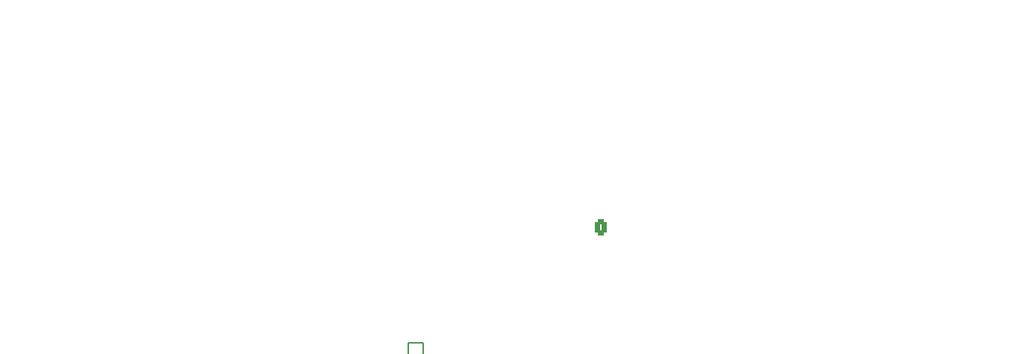
<source format=gbr>
%TF.GenerationSoftware,KiCad,Pcbnew,(7.0.0-0)*%
%TF.CreationDate,2023-06-11T14:42:47-06:00*%
%TF.ProjectId,snes_controller_pcb,736e6573-5f63-46f6-9e74-726f6c6c6572,4a*%
%TF.SameCoordinates,Original*%
%TF.FileFunction,Legend,Top*%
%TF.FilePolarity,Positive*%
%FSLAX46Y46*%
G04 Gerber Fmt 4.6, Leading zero omitted, Abs format (unit mm)*
G04 Created by KiCad (PCBNEW (7.0.0-0)) date 2023-06-11 14:42:47*
%MOMM*%
%LPD*%
G01*
G04 APERTURE LIST*
G04 Aperture macros list*
%AMRoundRect*
0 Rectangle with rounded corners*
0 $1 Rounding radius*
0 $2 $3 $4 $5 $6 $7 $8 $9 X,Y pos of 4 corners*
0 Add a 4 corners polygon primitive as box body*
4,1,4,$2,$3,$4,$5,$6,$7,$8,$9,$2,$3,0*
0 Add four circle primitives for the rounded corners*
1,1,$1+$1,$2,$3*
1,1,$1+$1,$4,$5*
1,1,$1+$1,$6,$7*
1,1,$1+$1,$8,$9*
0 Add four rect primitives between the rounded corners*
20,1,$1+$1,$2,$3,$4,$5,0*
20,1,$1+$1,$4,$5,$6,$7,0*
20,1,$1+$1,$6,$7,$8,$9,0*
20,1,$1+$1,$8,$9,$2,$3,0*%
%AMFreePoly0*
4,1,142,1.313367,2.648542,1.321935,2.645906,1.330902,2.645906,1.360764,2.636202,1.366113,2.632314,1.372436,2.630370,1.398126,2.612315,1.403507,2.605146,1.410760,2.599878,1.429217,2.574474,1.431260,2.568181,1.435231,2.562895,1.445403,2.533187,1.445543,2.524222,1.448313,2.515699,1.450800,2.500000,1.450800,-2.500000,1.448313,-2.515699,1.445543,-2.524222,1.445403,-2.533187,
1.435231,-2.562895,1.431260,-2.568181,1.429217,-2.574474,1.410760,-2.599878,1.403507,-2.605146,1.398126,-2.612315,1.372436,-2.630370,1.366113,-2.632314,1.360764,-2.636202,1.330902,-2.645906,1.321935,-2.645906,1.313367,-2.648542,1.297633,-2.650782,1.140502,-2.648314,1.132289,-2.646881,1.123969,-2.647143,0.812183,-2.607756,0.803050,-2.605102,0.793582,-2.604208,0.489192,-2.526054,
0.480466,-2.522278,0.471181,-2.520202,0.178986,-2.404515,0.170798,-2.399672,0.161850,-2.396451,-0.113539,-2.245054,-0.121053,-2.239224,-0.129529,-2.234906,-0.383773,-2.050187,-0.390501,-2.043458,-0.398364,-2.038116,-0.627453,-1.822989,-0.633284,-1.815470,-0.640417,-1.809183,-0.771443,-1.650800,-2.400000,-1.650800,-2.401553,-1.650553,-2.403114,-1.650768,-2.527194,-1.648206,-2.537963,-1.646271,
-2.548901,-1.646181,-2.793679,-1.605335,-2.805516,-1.601379,-2.817824,-1.599221,-3.052541,-1.518645,-3.063573,-1.512789,-3.075349,-1.508638,-3.293601,-1.390526,-3.303516,-1.382939,-3.314451,-1.376904,-3.510286,-1.224479,-3.518813,-1.215367,-3.528611,-1.207612,-3.696685,-1.025032,-3.703600,-1.014637,-3.711984,-1.005378,-3.847716,-0.797625,-3.852828,-0.786226,-3.859569,-0.775721,-3.959256,-0.548460,
-3.962418,-0.536385,-3.967343,-0.524904,-4.028263,-0.284334,-4.029396,-0.271893,-4.032360,-0.259769,-4.052855,-0.012454,-4.051926,0.000000,-4.052855,0.012453,-4.032361,0.259769,-4.029396,0.271894,-4.028263,0.284334,-3.967343,0.524904,-3.962418,0.536385,-3.959255,0.548460,-3.859569,0.775721,-3.852828,0.786226,-3.847716,0.797625,-3.711984,1.005378,-3.703600,1.014637,-3.696687,1.025032,
-3.528610,1.207612,-3.518813,1.215367,-3.510286,1.224479,-3.314451,1.376904,-3.303516,1.382939,-3.293601,1.390526,-3.075349,1.508638,-3.063573,1.512789,-3.052541,1.518644,-2.817824,1.599222,-2.805515,1.601379,-2.793679,1.605335,-2.548901,1.646181,-2.537963,1.646271,-2.527194,1.648205,-2.403114,1.650768,-2.401553,1.650553,-2.400000,1.650801,-0.771443,1.650800,-0.640417,1.809183,
-0.633284,1.815470,-0.627453,1.822989,-0.398364,2.038116,-0.390501,2.043458,-0.383773,2.050187,-0.129529,2.234906,-0.121053,2.239224,-0.113539,2.245054,0.161850,2.396451,0.170798,2.399672,0.178986,2.404515,0.471181,2.520203,0.480466,2.522278,0.489192,2.526054,0.793582,2.604208,0.803050,2.605102,0.812184,2.607756,1.123969,2.647143,1.132289,2.646881,1.140502,2.648315,
1.297633,2.650782,1.313367,2.648542,1.313367,2.648542,$1*%
%AMFreePoly1*
4,1,142,-1.140503,2.648315,-1.132291,2.646881,-1.123969,2.647143,-0.812183,2.607756,-0.803050,2.605102,-0.793582,2.604208,-0.489192,2.526054,-0.480466,2.522278,-0.471181,2.520202,-0.178985,2.404515,-0.170795,2.399671,-0.161851,2.396450,0.113539,2.245054,0.121053,2.239225,0.129530,2.234907,0.383773,2.050187,0.390497,2.043461,0.398365,2.038116,0.627453,1.822989,0.633286,1.815467,
0.640416,1.809183,0.771442,1.650800,2.400000,1.650800,2.401553,1.650553,2.403113,1.650768,2.527194,1.648206,2.537963,1.646271,2.548901,1.646181,2.793680,1.605335,2.805518,1.601379,2.817824,1.599221,3.052541,1.518645,3.063573,1.512789,3.075349,1.508638,3.293601,1.390526,3.303516,1.382939,3.314451,1.376904,3.510287,1.224479,3.518822,1.215360,3.528610,1.207611,
3.696687,1.025032,3.703604,1.014631,3.711984,1.005378,3.847715,0.797625,3.852824,0.786232,3.859569,0.775721,3.959256,0.548460,3.962419,0.536380,3.967343,0.524903,4.028263,0.284334,4.029396,0.271893,4.032361,0.259768,4.052855,0.012454,4.051926,0.000000,4.052855,-0.012453,4.032361,-0.259768,4.029396,-0.271894,4.028263,-0.284334,3.967343,-0.524903,3.962419,-0.536380,
3.959255,-0.548460,3.859569,-0.775721,3.852824,-0.786232,3.847715,-0.797625,3.711984,-1.005378,3.703604,-1.014632,3.696687,-1.025032,3.528610,-1.207611,3.518822,-1.215358,3.510287,-1.224479,3.314451,-1.376904,3.303516,-1.382939,3.293601,-1.390526,3.075349,-1.508638,3.063573,-1.512789,3.052541,-1.518644,2.817824,-1.599222,2.805518,-1.601379,2.793680,-1.605335,2.548901,-1.646181,
2.537963,-1.646271,2.527194,-1.648205,2.403113,-1.650768,2.401553,-1.650553,2.400000,-1.650801,0.771442,-1.650800,0.640416,-1.809183,0.633286,-1.815467,0.627453,-1.822989,0.398365,-2.038116,0.390497,-2.043461,0.383773,-2.050187,0.129530,-2.234907,0.121053,-2.239225,0.113539,-2.245054,-0.161852,-2.396451,-0.170795,-2.399671,-0.178985,-2.404515,-0.471181,-2.520203,-0.480466,-2.522278,
-0.489192,-2.526054,-0.793582,-2.604208,-0.803050,-2.605102,-0.812184,-2.607756,-1.123969,-2.647143,-1.132291,-2.646881,-1.140503,-2.648315,-1.297633,-2.650782,-1.313367,-2.648542,-1.321935,-2.645906,-1.330902,-2.645906,-1.360762,-2.636203,-1.366115,-2.632314,-1.372439,-2.630369,-1.398128,-2.612314,-1.403509,-2.605145,-1.410760,-2.599878,-1.429216,-2.574475,-1.431260,-2.568182,-1.435232,-2.562893,
-1.445403,-2.533187,-1.445543,-2.524222,-1.448313,-2.515699,-1.450800,-2.500000,-1.450800,2.500000,-1.448313,2.515699,-1.445543,2.524222,-1.445403,2.533187,-1.435232,2.562893,-1.431260,2.568182,-1.429216,2.574475,-1.410760,2.599878,-1.403509,2.605145,-1.398128,2.612314,-1.372439,2.630369,-1.366115,2.632314,-1.360762,2.636204,-1.330902,2.645906,-1.321935,2.645906,-1.313367,2.648542,
-1.297633,2.650782,-1.140503,2.648315,-1.140503,2.648315,$1*%
G04 Aperture macros list end*
%ADD10C,0.300000*%
%ADD11C,0.150000*%
%ADD12C,0.010000*%
%ADD13FreePoly0,288.700000*%
%ADD14FreePoly1,288.700000*%
%ADD15FreePoly0,225.000000*%
%ADD16FreePoly1,225.000000*%
%ADD17RoundRect,0.050800X0.146720X0.153210X-0.153210X0.146720X-0.146720X-0.153210X0.153210X-0.146720X0*%
%ADD18RoundRect,0.050800X0.163088X0.135655X-0.135655X0.163088X-0.163088X-0.135655X0.135655X-0.163088X0*%
%ADD19RoundRect,0.050800X0.128473X0.168803X-0.168803X0.128473X-0.128473X-0.168803X0.168803X-0.128473X0*%
%ADD20RoundRect,0.050800X0.177369X0.116363X-0.116363X0.177369X-0.177369X-0.116363X0.116363X-0.177369X0*%
%ADD21RoundRect,0.050800X0.108582X0.182236X-0.182236X0.108582X-0.108582X-0.182236X0.182236X-0.108582X0*%
%ADD22RoundRect,0.050800X0.189378X0.095582X-0.095582X0.189378X-0.189378X-0.095582X0.095582X-0.189378X0*%
%ADD23RoundRect,0.050800X0.087300X0.193336X-0.193336X0.087300X-0.087300X-0.193336X0.193336X-0.087300X0*%
%ADD24RoundRect,0.050800X0.198964X0.073576X-0.073576X0.198964X-0.198964X-0.073576X0.073576X-0.198964X0*%
%ADD25RoundRect,0.050800X0.064901X0.201960X-0.201960X0.064901X-0.064901X-0.201960X0.201960X-0.064901X0*%
%ADD26RoundRect,0.050800X0.206002X0.050629X-0.050629X0.206002X-0.206002X-0.050629X0.050629X-0.206002X0*%
%ADD27RoundRect,0.050800X0.041671X0.207999X-0.207999X0.041671X-0.041671X-0.207999X0.207999X-0.041671X0*%
%ADD28RoundRect,0.050800X0.210402X0.027034X-0.027034X0.210402X-0.210402X-0.027034X0.027034X-0.210402X0*%
%ADD29RoundRect,0.050800X0.017908X0.211375X-0.211375X0.017908X-0.017908X-0.211375X0.211375X-0.017908X0*%
%ADD30RoundRect,0.050800X0.212109X0.003093X-0.003093X0.212109X-0.212109X-0.003093X0.003093X-0.212109X0*%
%ADD31RoundRect,0.050800X-0.006085X0.212045X-0.212045X-0.006085X0.006085X-0.212045X0.212045X0.006085X0*%
%ADD32RoundRect,0.050800X0.211101X-0.020888X0.020888X0.211101X-0.211101X0.020888X-0.020888X-0.211101X0*%
%ADD33RoundRect,0.050800X-0.030000X0.210000X-0.210000X-0.030000X0.030000X-0.210000X0.210000X0.030000X0*%
%ADD34RoundRect,0.050800X0.207390X-0.044602X0.044602X0.207390X-0.207390X0.044602X-0.044602X-0.207390X0*%
%ADD35RoundRect,0.050800X0.203246X-0.060754X0.060754X0.203246X-0.203246X0.060754X-0.060754X-0.203246X0*%
%ADD36O,1.289034X0.401600*%
%ADD37O,3.479009X0.401600*%
%ADD38O,4.069223X0.401600*%
%ADD39O,4.608059X0.401600*%
%ADD40O,4.535632X0.401600*%
%ADD41O,4.270727X0.401600*%
%ADD42O,3.039444X0.401600*%
%ADD43O,1.601600X0.401600*%
%ADD44RoundRect,0.050800X0.060754X-0.203246X0.203246X0.060754X-0.060754X0.203246X-0.203246X-0.060754X0*%
%ADD45RoundRect,0.050800X0.037405X-0.208808X0.208808X0.037405X-0.037405X0.208808X-0.208808X-0.037405X0*%
%ADD46RoundRect,0.050800X-0.210000X0.030000X-0.030000X-0.210000X0.210000X-0.030000X0.030000X0.210000X0*%
%ADD47RoundRect,0.050800X0.013578X-0.211697X0.211697X0.013578X-0.013578X0.211697X-0.211697X-0.013578X0*%
%ADD48RoundRect,0.050800X-0.211708X0.013412X-0.013412X-0.211708X0.211708X-0.013412X0.013412X0.211708X0*%
%ADD49RoundRect,0.050800X-0.010424X-0.211876X0.211876X-0.010424X0.010424X0.211876X-0.211876X0.010424X0*%
%ADD50RoundRect,0.050800X-0.211868X-0.010589X0.010589X-0.211868X0.211868X0.010589X-0.010589X0.211868X0*%
%ADD51RoundRect,0.050800X-0.034292X-0.209342X0.209342X-0.034292X0.034292X0.209342X-0.209342X0.034292X0*%
%ADD52RoundRect,0.050800X-0.209315X-0.034455X0.034455X-0.209315X0.209315X0.034455X-0.034455X0.209315X0*%
%ADD53RoundRect,0.050800X-0.057721X-0.204128X0.204128X-0.057721X0.057721X0.204128X-0.204128X0.057721X0*%
%ADD54RoundRect,0.050800X-0.204083X-0.057880X0.057880X-0.204083X0.204083X0.057880X-0.057880X0.204083X0*%
%ADD55RoundRect,0.050800X-0.080411X-0.196301X0.196301X-0.080411X0.080411X0.196301X-0.196301X0.080411X0*%
%ADD56RoundRect,0.050800X-0.196238X-0.080564X0.080564X-0.196238X0.196238X0.080564X-0.080564X0.196238X0*%
%ADD57RoundRect,0.050800X-0.102072X-0.185961X0.185961X-0.102072X0.102072X0.185961X-0.185961X0.102072X0*%
%ADD58RoundRect,0.050800X-0.185881X-0.102217X0.102217X-0.185881X0.185881X0.102217X-0.102217X0.185881X0*%
%ADD59RoundRect,0.050800X-0.122425X-0.173240X0.173240X-0.122425X0.122425X0.173240X-0.173240X0.122425X0*%
%ADD60RoundRect,0.050800X-0.173144X-0.122561X0.122561X-0.173144X0.173144X0.122561X-0.122561X0.173144X0*%
%ADD61RoundRect,0.050800X-0.141212X-0.158301X0.158301X-0.141212X0.141212X0.158301X-0.158301X0.141212X0*%
%ADD62RoundRect,0.050800X-0.158191X-0.141336X0.141336X-0.158191X0.158191X0.141336X-0.141336X0.158191X0*%
%ADD63C,2.301600*%
%ADD64C,4.601600*%
%ADD65FreePoly0,0.000000*%
%ADD66FreePoly1,0.000000*%
%ADD67C,2.201600*%
%ADD68C,1.901600*%
%ADD69FreePoly0,251.301000*%
%ADD70FreePoly1,251.301000*%
%ADD71FreePoly0,90.000000*%
%ADD72FreePoly1,90.000000*%
%ADD73RoundRect,0.300800X-0.350000X-0.625000X0.350000X-0.625000X0.350000X0.625000X-0.350000X0.625000X0*%
%ADD74O,1.301600X1.851600*%
%ADD75RoundRect,0.050800X-0.850000X-0.850000X0.850000X-0.850000X0.850000X0.850000X-0.850000X0.850000X0*%
%ADD76O,1.801600X1.801600*%
G04 APERTURE END LIST*
D10*
%TO.C,SW9*%
X91720515Y-80419916D02*
X85279485Y-82600084D01*
%TO.C,SW4*%
X141737963Y-112126163D02*
X136929637Y-107317837D01*
D11*
%TO.C,SW6*%
X166867800Y-105222000D02*
G75*
G03*
X166867800Y-105222000I-2800000J0D01*
G01*
D10*
%TO.C,SW5*%
X126237963Y-112126163D02*
X121429637Y-107317837D01*
%TO.C,SW3*%
X95583800Y-92822000D02*
X95583800Y-99622000D01*
D11*
%TO.C,SW11*%
X193867800Y-105222000D02*
G75*
G03*
X193867800Y-105222000I-2800000J0D01*
G01*
D10*
%TO.C,SW2*%
X95583800Y-110572000D02*
X95583800Y-117372000D01*
%TO.C,SW8*%
X188640534Y-82650028D02*
X182199466Y-80469972D01*
%TO.C,SW1*%
X83433800Y-105222000D02*
X90233800Y-105222000D01*
D11*
%TO.C,SW7*%
X180367800Y-115722000D02*
G75*
G03*
X180367800Y-115722000I-2800000J0D01*
G01*
D10*
%TO.C,SW0*%
X101183800Y-105222000D02*
X107983800Y-105222000D01*
D11*
%TO.C,SW10*%
X180367800Y-94722000D02*
G75*
G03*
X180367800Y-94722000I-2800000J0D01*
G01*
%TD*%
%LPC*%
%TO.C,Ref\u002A\u002A*%
G36*
X147601835Y-117746247D02*
G01*
X147818208Y-117747277D01*
X148072669Y-117748746D01*
X148210459Y-117749548D01*
X148524842Y-117751701D01*
X148797383Y-117754319D01*
X149028571Y-117757413D01*
X149218896Y-117760995D01*
X149368846Y-117765075D01*
X149478910Y-117769665D01*
X149549578Y-117774774D01*
X149581000Y-117780261D01*
X149636464Y-117801940D01*
X149705466Y-117825741D01*
X149718584Y-117829919D01*
X149911817Y-117908447D01*
X150104774Y-118020231D01*
X150286243Y-118157631D01*
X150445010Y-118313008D01*
X150470000Y-118341924D01*
X150625086Y-118555943D01*
X150740180Y-118781045D01*
X150740778Y-118782500D01*
X150765024Y-118844561D01*
X150786264Y-118907520D01*
X150809777Y-118987620D01*
X150823304Y-119036500D01*
X150837551Y-119113457D01*
X150847791Y-119218527D01*
X150853941Y-119340843D01*
X150855914Y-119469536D01*
X150853627Y-119593737D01*
X150846995Y-119702577D01*
X150835932Y-119785188D01*
X150829346Y-119811346D01*
X150806261Y-119883010D01*
X150784722Y-119950042D01*
X150782411Y-119957250D01*
X150686348Y-120190007D01*
X150553664Y-120409232D01*
X150389552Y-120607999D01*
X150199204Y-120779383D01*
X150126042Y-120832509D01*
X150071535Y-120873035D01*
X150035022Y-120906476D01*
X150025500Y-120921638D01*
X150035578Y-120954593D01*
X150058489Y-121001140D01*
X150083249Y-121039874D01*
X150089998Y-121047334D01*
X150104914Y-121070576D01*
X150131991Y-121120298D01*
X150159626Y-121174334D01*
X150197869Y-121249398D01*
X150234741Y-121319144D01*
X150254180Y-121354250D01*
X150278380Y-121397639D01*
X150317091Y-121468492D01*
X150364927Y-121556902D01*
X150415233Y-121650584D01*
X150468966Y-121750730D01*
X150520925Y-121847040D01*
X150564882Y-121927999D01*
X150592702Y-121978667D01*
X150630917Y-122048245D01*
X150678052Y-122135158D01*
X150719040Y-122211500D01*
X150766858Y-122300624D01*
X150817352Y-122393984D01*
X150853479Y-122460209D01*
X150910409Y-122564201D01*
X150974708Y-122682312D01*
X151051029Y-122823098D01*
X151115192Y-122941750D01*
X151374910Y-123418000D01*
X151409573Y-123475824D01*
X151439819Y-123517554D01*
X151451357Y-123528801D01*
X151473895Y-123529823D01*
X151537442Y-123530830D01*
X151640673Y-123531818D01*
X151782262Y-123532787D01*
X151960885Y-123533733D01*
X152175216Y-123534655D01*
X152423932Y-123535550D01*
X152705707Y-123536417D01*
X153019216Y-123537253D01*
X153363134Y-123538056D01*
X153736137Y-123538823D01*
X154136899Y-123539554D01*
X154564096Y-123540245D01*
X155016403Y-123540894D01*
X155492494Y-123541500D01*
X155991045Y-123542060D01*
X156510732Y-123542571D01*
X157050228Y-123543033D01*
X157608210Y-123543442D01*
X158183352Y-123543797D01*
X158774330Y-123544095D01*
X159379818Y-123544334D01*
X159998492Y-123544512D01*
X160629027Y-123544628D01*
X161222835Y-123544676D01*
X170970253Y-123545000D01*
X171065335Y-123685347D01*
X171115593Y-123758063D01*
X171161388Y-123821777D01*
X171193965Y-123864356D01*
X171197459Y-123868503D01*
X171225525Y-123910895D01*
X171234500Y-123939822D01*
X171213593Y-123942036D01*
X171151911Y-123944170D01*
X171051010Y-123946226D01*
X170912450Y-123948202D01*
X170737787Y-123950099D01*
X170528580Y-123951916D01*
X170286387Y-123953653D01*
X170012764Y-123955311D01*
X169709270Y-123956889D01*
X169377462Y-123958386D01*
X169018898Y-123959803D01*
X168635137Y-123961140D01*
X168227735Y-123962396D01*
X167798251Y-123963571D01*
X167348242Y-123964665D01*
X166879266Y-123965678D01*
X166392880Y-123966610D01*
X165890643Y-123967461D01*
X165374112Y-123968230D01*
X164844845Y-123968917D01*
X164304400Y-123969523D01*
X163754335Y-123970046D01*
X163196206Y-123970487D01*
X162631573Y-123970846D01*
X162061992Y-123971122D01*
X161489021Y-123971316D01*
X160914219Y-123971427D01*
X160339143Y-123971455D01*
X159765350Y-123971400D01*
X159194399Y-123971262D01*
X158627847Y-123971040D01*
X158067252Y-123970735D01*
X157514172Y-123970346D01*
X156970164Y-123969874D01*
X156436786Y-123969317D01*
X155915596Y-123968676D01*
X155408152Y-123967951D01*
X154916011Y-123967141D01*
X154440731Y-123966247D01*
X153983871Y-123965267D01*
X153546986Y-123964203D01*
X153131637Y-123963054D01*
X152739379Y-123961820D01*
X152371772Y-123960500D01*
X152030372Y-123959095D01*
X151716737Y-123957604D01*
X151432426Y-123956027D01*
X151178995Y-123954364D01*
X150958003Y-123952615D01*
X150771008Y-123950780D01*
X150619567Y-123948858D01*
X150505237Y-123946850D01*
X150429577Y-123944755D01*
X150394145Y-123942572D01*
X150391570Y-123941875D01*
X150377153Y-123920815D01*
X150354726Y-123884169D01*
X150321033Y-123826361D01*
X150272814Y-123741816D01*
X150218412Y-123645542D01*
X150176479Y-123571482D01*
X150133005Y-123495162D01*
X150128216Y-123486792D01*
X150092107Y-123422826D01*
X150047775Y-123343075D01*
X150019152Y-123291000D01*
X149978075Y-123218332D01*
X149938514Y-123152403D01*
X149916437Y-123118399D01*
X149889459Y-123076821D01*
X149877380Y-123052638D01*
X149877334Y-123052077D01*
X149867328Y-123031411D01*
X149839453Y-122979818D01*
X149796917Y-122903085D01*
X149742930Y-122806995D01*
X149680703Y-122697335D01*
X149673627Y-122684928D01*
X149605346Y-122564904D01*
X149539828Y-122449088D01*
X149481721Y-122345743D01*
X149435672Y-122263136D01*
X149407645Y-122211984D01*
X149372075Y-122147217D01*
X149342850Y-122096578D01*
X149328650Y-122074401D01*
X149310152Y-122045292D01*
X149278967Y-121991514D01*
X149248250Y-121936334D01*
X149211289Y-121869564D01*
X149160583Y-121779027D01*
X149103417Y-121677695D01*
X149057984Y-121597667D01*
X149002447Y-121500003D01*
X148948979Y-121405703D01*
X148904233Y-121326518D01*
X148878192Y-121280167D01*
X148843768Y-121218749D01*
X148807835Y-121155161D01*
X148764402Y-121078853D01*
X148707477Y-120979272D01*
X148688882Y-120946792D01*
X148652773Y-120882826D01*
X148608441Y-120803075D01*
X148579819Y-120751000D01*
X148538742Y-120678332D01*
X148499180Y-120612403D01*
X148477104Y-120578399D01*
X148450106Y-120536593D01*
X148438044Y-120511951D01*
X148438000Y-120511377D01*
X148428182Y-120489697D01*
X148401553Y-120439161D01*
X148362348Y-120367644D01*
X148321584Y-120294973D01*
X148274809Y-120210918D01*
X148237005Y-120140207D01*
X148212444Y-120091010D01*
X148205167Y-120072180D01*
X148225437Y-120067475D01*
X148282660Y-120062794D01*
X148371458Y-120058354D01*
X148486450Y-120054373D01*
X148622257Y-120051067D01*
X148773501Y-120048655D01*
X148792542Y-120048435D01*
X149379917Y-120041917D01*
X149476937Y-119984880D01*
X149577178Y-119911969D01*
X149669930Y-119819625D01*
X149742358Y-119721580D01*
X149767053Y-119674454D01*
X149789452Y-119590980D01*
X149799771Y-119473408D01*
X149800369Y-119428084D01*
X149797408Y-119330523D01*
X149786897Y-119258282D01*
X149765463Y-119194551D01*
X149744733Y-119151011D01*
X149653595Y-119019283D01*
X149526700Y-118909470D01*
X149448120Y-118862005D01*
X149426010Y-118850647D01*
X149403392Y-118841217D01*
X149376254Y-118833506D01*
X149340583Y-118827301D01*
X149292368Y-118822392D01*
X149227597Y-118818567D01*
X149142256Y-118815615D01*
X149032335Y-118813325D01*
X148893821Y-118811485D01*
X148722701Y-118809885D01*
X148514964Y-118808312D01*
X148414745Y-118807602D01*
X147470739Y-118800954D01*
X147428899Y-118722935D01*
X147374038Y-118622499D01*
X147335947Y-118556968D01*
X147316133Y-118528500D01*
X147300146Y-118503912D01*
X147275700Y-118458531D01*
X147273800Y-118454766D01*
X147251001Y-118411970D01*
X147212411Y-118342208D01*
X147163435Y-118255160D01*
X147109792Y-118161053D01*
X147059520Y-118072504D01*
X147017954Y-117997514D01*
X146989145Y-117943524D01*
X146977148Y-117917976D01*
X146977030Y-117917286D01*
X146964910Y-117893006D01*
X146936286Y-117852603D01*
X146935167Y-117851167D01*
X146917567Y-117829141D01*
X146903735Y-117810289D01*
X146896530Y-117794384D01*
X146898813Y-117781199D01*
X146913444Y-117770504D01*
X146943282Y-117762072D01*
X146991188Y-117755676D01*
X147060022Y-117751087D01*
X147152643Y-117748078D01*
X147271913Y-117746420D01*
X147420690Y-117745886D01*
X147601835Y-117746247D01*
G37*
D12*
X147601835Y-117746247D02*
X147818208Y-117747277D01*
X148072669Y-117748746D01*
X148210459Y-117749548D01*
X148524842Y-117751701D01*
X148797383Y-117754319D01*
X149028571Y-117757413D01*
X149218896Y-117760995D01*
X149368846Y-117765075D01*
X149478910Y-117769665D01*
X149549578Y-117774774D01*
X149581000Y-117780261D01*
X149636464Y-117801940D01*
X149705466Y-117825741D01*
X149718584Y-117829919D01*
X149911817Y-117908447D01*
X150104774Y-118020231D01*
X150286243Y-118157631D01*
X150445010Y-118313008D01*
X150470000Y-118341924D01*
X150625086Y-118555943D01*
X150740180Y-118781045D01*
X150740778Y-118782500D01*
X150765024Y-118844561D01*
X150786264Y-118907520D01*
X150809777Y-118987620D01*
X150823304Y-119036500D01*
X150837551Y-119113457D01*
X150847791Y-119218527D01*
X150853941Y-119340843D01*
X150855914Y-119469536D01*
X150853627Y-119593737D01*
X150846995Y-119702577D01*
X150835932Y-119785188D01*
X150829346Y-119811346D01*
X150806261Y-119883010D01*
X150784722Y-119950042D01*
X150782411Y-119957250D01*
X150686348Y-120190007D01*
X150553664Y-120409232D01*
X150389552Y-120607999D01*
X150199204Y-120779383D01*
X150126042Y-120832509D01*
X150071535Y-120873035D01*
X150035022Y-120906476D01*
X150025500Y-120921638D01*
X150035578Y-120954593D01*
X150058489Y-121001140D01*
X150083249Y-121039874D01*
X150089998Y-121047334D01*
X150104914Y-121070576D01*
X150131991Y-121120298D01*
X150159626Y-121174334D01*
X150197869Y-121249398D01*
X150234741Y-121319144D01*
X150254180Y-121354250D01*
X150278380Y-121397639D01*
X150317091Y-121468492D01*
X150364927Y-121556902D01*
X150415233Y-121650584D01*
X150468966Y-121750730D01*
X150520925Y-121847040D01*
X150564882Y-121927999D01*
X150592702Y-121978667D01*
X150630917Y-122048245D01*
X150678052Y-122135158D01*
X150719040Y-122211500D01*
X150766858Y-122300624D01*
X150817352Y-122393984D01*
X150853479Y-122460209D01*
X150910409Y-122564201D01*
X150974708Y-122682312D01*
X151051029Y-122823098D01*
X151115192Y-122941750D01*
X151374910Y-123418000D01*
X151409573Y-123475824D01*
X151439819Y-123517554D01*
X151451357Y-123528801D01*
X151473895Y-123529823D01*
X151537442Y-123530830D01*
X151640673Y-123531818D01*
X151782262Y-123532787D01*
X151960885Y-123533733D01*
X152175216Y-123534655D01*
X152423932Y-123535550D01*
X152705707Y-123536417D01*
X153019216Y-123537253D01*
X153363134Y-123538056D01*
X153736137Y-123538823D01*
X154136899Y-123539554D01*
X154564096Y-123540245D01*
X155016403Y-123540894D01*
X155492494Y-123541500D01*
X155991045Y-123542060D01*
X156510732Y-123542571D01*
X157050228Y-123543033D01*
X157608210Y-123543442D01*
X158183352Y-123543797D01*
X158774330Y-123544095D01*
X159379818Y-123544334D01*
X159998492Y-123544512D01*
X160629027Y-123544628D01*
X161222835Y-123544676D01*
X170970253Y-123545000D01*
X171065335Y-123685347D01*
X171115593Y-123758063D01*
X171161388Y-123821777D01*
X171193965Y-123864356D01*
X171197459Y-123868503D01*
X171225525Y-123910895D01*
X171234500Y-123939822D01*
X171213593Y-123942036D01*
X171151911Y-123944170D01*
X171051010Y-123946226D01*
X170912450Y-123948202D01*
X170737787Y-123950099D01*
X170528580Y-123951916D01*
X170286387Y-123953653D01*
X170012764Y-123955311D01*
X169709270Y-123956889D01*
X169377462Y-123958386D01*
X169018898Y-123959803D01*
X168635137Y-123961140D01*
X168227735Y-123962396D01*
X167798251Y-123963571D01*
X167348242Y-123964665D01*
X166879266Y-123965678D01*
X166392880Y-123966610D01*
X165890643Y-123967461D01*
X165374112Y-123968230D01*
X164844845Y-123968917D01*
X164304400Y-123969523D01*
X163754335Y-123970046D01*
X163196206Y-123970487D01*
X162631573Y-123970846D01*
X162061992Y-123971122D01*
X161489021Y-123971316D01*
X160914219Y-123971427D01*
X160339143Y-123971455D01*
X159765350Y-123971400D01*
X159194399Y-123971262D01*
X158627847Y-123971040D01*
X158067252Y-123970735D01*
X157514172Y-123970346D01*
X156970164Y-123969874D01*
X156436786Y-123969317D01*
X155915596Y-123968676D01*
X155408152Y-123967951D01*
X154916011Y-123967141D01*
X154440731Y-123966247D01*
X153983871Y-123965267D01*
X153546986Y-123964203D01*
X153131637Y-123963054D01*
X152739379Y-123961820D01*
X152371772Y-123960500D01*
X152030372Y-123959095D01*
X151716737Y-123957604D01*
X151432426Y-123956027D01*
X151178995Y-123954364D01*
X150958003Y-123952615D01*
X150771008Y-123950780D01*
X150619567Y-123948858D01*
X150505237Y-123946850D01*
X150429577Y-123944755D01*
X150394145Y-123942572D01*
X150391570Y-123941875D01*
X150377153Y-123920815D01*
X150354726Y-123884169D01*
X150321033Y-123826361D01*
X150272814Y-123741816D01*
X150218412Y-123645542D01*
X150176479Y-123571482D01*
X150133005Y-123495162D01*
X150128216Y-123486792D01*
X150092107Y-123422826D01*
X150047775Y-123343075D01*
X150019152Y-123291000D01*
X149978075Y-123218332D01*
X149938514Y-123152403D01*
X149916437Y-123118399D01*
X149889459Y-123076821D01*
X149877380Y-123052638D01*
X149877334Y-123052077D01*
X149867328Y-123031411D01*
X149839453Y-122979818D01*
X149796917Y-122903085D01*
X149742930Y-122806995D01*
X149680703Y-122697335D01*
X149673627Y-122684928D01*
X149605346Y-122564904D01*
X149539828Y-122449088D01*
X149481721Y-122345743D01*
X149435672Y-122263136D01*
X149407645Y-122211984D01*
X149372075Y-122147217D01*
X149342850Y-122096578D01*
X149328650Y-122074401D01*
X149310152Y-122045292D01*
X149278967Y-121991514D01*
X149248250Y-121936334D01*
X149211289Y-121869564D01*
X149160583Y-121779027D01*
X149103417Y-121677695D01*
X149057984Y-121597667D01*
X149002447Y-121500003D01*
X148948979Y-121405703D01*
X148904233Y-121326518D01*
X148878192Y-121280167D01*
X148843768Y-121218749D01*
X148807835Y-121155161D01*
X148764402Y-121078853D01*
X148707477Y-120979272D01*
X148688882Y-120946792D01*
X148652773Y-120882826D01*
X148608441Y-120803075D01*
X148579819Y-120751000D01*
X148538742Y-120678332D01*
X148499180Y-120612403D01*
X148477104Y-120578399D01*
X148450106Y-120536593D01*
X148438044Y-120511951D01*
X148438000Y-120511377D01*
X148428182Y-120489697D01*
X148401553Y-120439161D01*
X148362348Y-120367644D01*
X148321584Y-120294973D01*
X148274809Y-120210918D01*
X148237005Y-120140207D01*
X148212444Y-120091010D01*
X148205167Y-120072180D01*
X148225437Y-120067475D01*
X148282660Y-120062794D01*
X148371458Y-120058354D01*
X148486450Y-120054373D01*
X148622257Y-120051067D01*
X148773501Y-120048655D01*
X148792542Y-120048435D01*
X149379917Y-120041917D01*
X149476937Y-119984880D01*
X149577178Y-119911969D01*
X149669930Y-119819625D01*
X149742358Y-119721580D01*
X149767053Y-119674454D01*
X149789452Y-119590980D01*
X149799771Y-119473408D01*
X149800369Y-119428084D01*
X149797408Y-119330523D01*
X149786897Y-119258282D01*
X149765463Y-119194551D01*
X149744733Y-119151011D01*
X149653595Y-119019283D01*
X149526700Y-118909470D01*
X149448120Y-118862005D01*
X149426010Y-118850647D01*
X149403392Y-118841217D01*
X149376254Y-118833506D01*
X149340583Y-118827301D01*
X149292368Y-118822392D01*
X149227597Y-118818567D01*
X149142256Y-118815615D01*
X149032335Y-118813325D01*
X148893821Y-118811485D01*
X148722701Y-118809885D01*
X148514964Y-118808312D01*
X148414745Y-118807602D01*
X147470739Y-118800954D01*
X147428899Y-118722935D01*
X147374038Y-118622499D01*
X147335947Y-118556968D01*
X147316133Y-118528500D01*
X147300146Y-118503912D01*
X147275700Y-118458531D01*
X147273800Y-118454766D01*
X147251001Y-118411970D01*
X147212411Y-118342208D01*
X147163435Y-118255160D01*
X147109792Y-118161053D01*
X147059520Y-118072504D01*
X147017954Y-117997514D01*
X146989145Y-117943524D01*
X146977148Y-117917976D01*
X146977030Y-117917286D01*
X146964910Y-117893006D01*
X146936286Y-117852603D01*
X146935167Y-117851167D01*
X146917567Y-117829141D01*
X146903735Y-117810289D01*
X146896530Y-117794384D01*
X146898813Y-117781199D01*
X146913444Y-117770504D01*
X146943282Y-117762072D01*
X146991188Y-117755676D01*
X147060022Y-117751087D01*
X147152643Y-117748078D01*
X147271913Y-117746420D01*
X147420690Y-117745886D01*
X147601835Y-117746247D01*
G36*
X154544584Y-117755917D02*
G01*
X154544584Y-118793084D01*
X153549750Y-118803667D01*
X152554917Y-118814250D01*
X152554917Y-119851417D01*
X153385709Y-119856954D01*
X154216500Y-119862492D01*
X154216500Y-120899167D01*
X153406875Y-120899491D01*
X153225114Y-120899996D01*
X153056202Y-120901296D01*
X152904927Y-120903290D01*
X152776074Y-120905881D01*
X152674431Y-120908968D01*
X152604785Y-120912452D01*
X152571921Y-120916234D01*
X152570400Y-120916857D01*
X152561592Y-120932169D01*
X152555093Y-120968156D01*
X152550734Y-121028972D01*
X152548348Y-121118771D01*
X152547767Y-121241705D01*
X152548822Y-121401929D01*
X152549233Y-121440408D01*
X152554917Y-121946917D01*
X153549750Y-121957500D01*
X154544584Y-121968084D01*
X154555906Y-123015834D01*
X151486000Y-123015834D01*
X151486000Y-117745055D01*
X154544584Y-117755917D01*
G37*
X154544584Y-117755917D02*
X154544584Y-118793084D01*
X153549750Y-118803667D01*
X152554917Y-118814250D01*
X152554917Y-119851417D01*
X153385709Y-119856954D01*
X154216500Y-119862492D01*
X154216500Y-120899167D01*
X153406875Y-120899491D01*
X153225114Y-120899996D01*
X153056202Y-120901296D01*
X152904927Y-120903290D01*
X152776074Y-120905881D01*
X152674431Y-120908968D01*
X152604785Y-120912452D01*
X152571921Y-120916234D01*
X152570400Y-120916857D01*
X152561592Y-120932169D01*
X152555093Y-120968156D01*
X152550734Y-121028972D01*
X152548348Y-121118771D01*
X152547767Y-121241705D01*
X152548822Y-121401929D01*
X152549233Y-121440408D01*
X152554917Y-121946917D01*
X153549750Y-121957500D01*
X154544584Y-121968084D01*
X154555906Y-123015834D01*
X151486000Y-123015834D01*
X151486000Y-117745055D01*
X154544584Y-117755917D01*
G36*
X156550125Y-117750488D02*
G01*
X158100584Y-117755917D01*
X158100584Y-118793084D01*
X156057262Y-118804074D01*
X156062923Y-119327745D01*
X156068584Y-119851417D01*
X156920542Y-119856949D01*
X157772500Y-119862480D01*
X157772500Y-120898687D01*
X156920542Y-120904218D01*
X156068584Y-120909750D01*
X156058000Y-121957500D01*
X156047417Y-123005250D01*
X155523542Y-123010912D01*
X154999667Y-123016573D01*
X154999667Y-117745059D01*
X156550125Y-117750488D01*
G37*
X156550125Y-117750488D02*
X158100584Y-117755917D01*
X158100584Y-118793084D01*
X156057262Y-118804074D01*
X156062923Y-119327745D01*
X156068584Y-119851417D01*
X156920542Y-119856949D01*
X157772500Y-119862480D01*
X157772500Y-120898687D01*
X156920542Y-120904218D01*
X156068584Y-120909750D01*
X156058000Y-121957500D01*
X156047417Y-123005250D01*
X155523542Y-123010912D01*
X154999667Y-123016573D01*
X154999667Y-117745059D01*
X156550125Y-117750488D01*
G36*
X159619189Y-119845756D02*
G01*
X159624584Y-121946917D01*
X160682917Y-121957500D01*
X161741250Y-121968084D01*
X161746912Y-122491959D01*
X161752573Y-123015834D01*
X160164039Y-123015834D01*
X159854624Y-123015697D01*
X159585172Y-123015260D01*
X159353311Y-123014484D01*
X159156672Y-123013330D01*
X158992883Y-123011758D01*
X158859575Y-123009729D01*
X158754377Y-123007204D01*
X158674918Y-123004144D01*
X158618828Y-123000509D01*
X158583738Y-122996261D01*
X158567275Y-122991359D01*
X158565432Y-122989375D01*
X158564204Y-122965249D01*
X158563106Y-122901379D01*
X158562142Y-122800355D01*
X158561317Y-122664769D01*
X158560636Y-122497208D01*
X158560103Y-122300264D01*
X158559722Y-122076526D01*
X158559498Y-121828584D01*
X158559436Y-121559028D01*
X158559540Y-121270448D01*
X158559815Y-120965433D01*
X158560266Y-120646574D01*
X158560805Y-120359417D01*
X158566250Y-117755917D01*
X159090022Y-117750256D01*
X159613795Y-117744594D01*
X159619189Y-119845756D01*
G37*
X159619189Y-119845756D02*
X159624584Y-121946917D01*
X160682917Y-121957500D01*
X161741250Y-121968084D01*
X161746912Y-122491959D01*
X161752573Y-123015834D01*
X160164039Y-123015834D01*
X159854624Y-123015697D01*
X159585172Y-123015260D01*
X159353311Y-123014484D01*
X159156672Y-123013330D01*
X158992883Y-123011758D01*
X158859575Y-123009729D01*
X158754377Y-123007204D01*
X158674918Y-123004144D01*
X158618828Y-123000509D01*
X158583738Y-122996261D01*
X158567275Y-122991359D01*
X158565432Y-122989375D01*
X158564204Y-122965249D01*
X158563106Y-122901379D01*
X158562142Y-122800355D01*
X158561317Y-122664769D01*
X158560636Y-122497208D01*
X158560103Y-122300264D01*
X158559722Y-122076526D01*
X158559498Y-121828584D01*
X158559436Y-121559028D01*
X158559540Y-121270448D01*
X158559815Y-120965433D01*
X158560266Y-120646574D01*
X158560805Y-120359417D01*
X158566250Y-117755917D01*
X159090022Y-117750256D01*
X159613795Y-117744594D01*
X159619189Y-119845756D01*
G36*
X165265500Y-118803252D02*
G01*
X163265250Y-118814250D01*
X163265250Y-119851417D01*
X164085459Y-119856957D01*
X164905667Y-119862497D01*
X164905667Y-120899167D01*
X164106625Y-120899491D01*
X163926075Y-120900002D01*
X163758391Y-120901318D01*
X163608394Y-120903337D01*
X163480905Y-120905957D01*
X163380745Y-120909078D01*
X163312735Y-120912598D01*
X163281697Y-120916415D01*
X163280733Y-120916857D01*
X163271925Y-120932169D01*
X163265426Y-120968156D01*
X163261067Y-121028972D01*
X163258681Y-121118771D01*
X163258100Y-121241705D01*
X163259156Y-121401929D01*
X163259566Y-121440408D01*
X163265250Y-121946917D01*
X165265500Y-121957915D01*
X165265500Y-123015834D01*
X162196168Y-123015834D01*
X162201542Y-120385875D01*
X162206917Y-117755917D01*
X163736209Y-117750486D01*
X165265500Y-117745055D01*
X165265500Y-118803252D01*
G37*
X165265500Y-118803252D02*
X163265250Y-118814250D01*
X163265250Y-119851417D01*
X164085459Y-119856957D01*
X164905667Y-119862497D01*
X164905667Y-120899167D01*
X164106625Y-120899491D01*
X163926075Y-120900002D01*
X163758391Y-120901318D01*
X163608394Y-120903337D01*
X163480905Y-120905957D01*
X163380745Y-120909078D01*
X163312735Y-120912598D01*
X163281697Y-120916415D01*
X163280733Y-120916857D01*
X163271925Y-120932169D01*
X163265426Y-120968156D01*
X163261067Y-121028972D01*
X163258681Y-121118771D01*
X163258100Y-121241705D01*
X163259156Y-121401929D01*
X163259566Y-121440408D01*
X163265250Y-121946917D01*
X165265500Y-121957915D01*
X165265500Y-123015834D01*
X162196168Y-123015834D01*
X162201542Y-120385875D01*
X162206917Y-117755917D01*
X163736209Y-117750486D01*
X165265500Y-117745055D01*
X165265500Y-118803252D01*
G36*
X159622025Y-116814251D02*
G01*
X160247744Y-116814290D01*
X160870148Y-116814357D01*
X161487811Y-116814453D01*
X162099306Y-116814577D01*
X162703207Y-116814729D01*
X163298087Y-116814909D01*
X163882521Y-116815117D01*
X164455080Y-116815354D01*
X165014340Y-116815618D01*
X165558873Y-116815912D01*
X166087252Y-116816233D01*
X166598053Y-116816583D01*
X167089847Y-116816962D01*
X167561208Y-116817368D01*
X168010710Y-116817804D01*
X168436927Y-116818267D01*
X168838432Y-116818760D01*
X169213798Y-116819281D01*
X169561598Y-116819830D01*
X169880408Y-116820408D01*
X170168799Y-116821015D01*
X170425345Y-116821650D01*
X170648621Y-116822314D01*
X170837198Y-116823007D01*
X170989652Y-116823728D01*
X171104555Y-116824479D01*
X171180481Y-116825258D01*
X171216004Y-116826066D01*
X171218619Y-116826341D01*
X171215743Y-116839577D01*
X171197872Y-116872404D01*
X171163577Y-116926937D01*
X171111427Y-117005292D01*
X171039994Y-117109584D01*
X170947848Y-117241927D01*
X170833558Y-117404437D01*
X170706831Y-117583530D01*
X170653295Y-117659524D01*
X170607522Y-117725410D01*
X170576180Y-117771546D01*
X170567750Y-117784613D01*
X170544340Y-117819097D01*
X170534969Y-117830000D01*
X170515968Y-117853729D01*
X170476022Y-117908397D01*
X170417989Y-117989938D01*
X170344725Y-118094282D01*
X170259089Y-118217362D01*
X170163938Y-118355111D01*
X170072118Y-118488865D01*
X170016871Y-118568850D01*
X169969992Y-118635371D01*
X169936811Y-118680951D01*
X169923139Y-118697834D01*
X169906398Y-118718829D01*
X169868296Y-118771009D01*
X169811449Y-118850672D01*
X169738471Y-118954111D01*
X169651977Y-119077624D01*
X169554581Y-119217505D01*
X169459994Y-119354000D01*
X169400769Y-119438759D01*
X169338117Y-119527034D01*
X169287273Y-119597417D01*
X169185948Y-119737003D01*
X169088535Y-119873757D01*
X168998103Y-120003141D01*
X168917724Y-120120617D01*
X168850468Y-120221647D01*
X168799406Y-120301692D01*
X168767609Y-120356214D01*
X168758000Y-120379617D01*
X168769565Y-120410115D01*
X168801085Y-120466961D01*
X168847797Y-120542135D01*
X168904939Y-120627616D01*
X168907180Y-120630855D01*
X169011570Y-120781191D01*
X169106440Y-120917053D01*
X169188963Y-121034442D01*
X169256313Y-121129355D01*
X169305664Y-121197792D01*
X169334191Y-121235751D01*
X169335886Y-121237834D01*
X169358902Y-121268570D01*
X169398938Y-121324789D01*
X169449242Y-121396946D01*
X169478120Y-121438917D01*
X169529876Y-121514085D01*
X169573655Y-121576919D01*
X169603277Y-121618584D01*
X169611410Y-121629417D01*
X169632236Y-121657225D01*
X169673296Y-121713967D01*
X169730529Y-121793906D01*
X169799874Y-121891309D01*
X169877269Y-122000439D01*
X169958653Y-122115562D01*
X170039966Y-122230943D01*
X170117146Y-122340847D01*
X170186133Y-122439539D01*
X170239667Y-122516651D01*
X170324566Y-122638517D01*
X170399858Y-122744573D01*
X170462325Y-122830421D01*
X170508748Y-122891664D01*
X170535908Y-122923905D01*
X170540512Y-122927639D01*
X170554421Y-122951856D01*
X170557167Y-122975264D01*
X170555585Y-122986804D01*
X170547870Y-122995920D01*
X170529567Y-123002899D01*
X170496221Y-123008025D01*
X170443377Y-123011583D01*
X170366582Y-123013858D01*
X170261380Y-123015134D01*
X170123317Y-123015698D01*
X169947938Y-123015833D01*
X169922912Y-123015834D01*
X169742189Y-123015714D01*
X169599188Y-123015165D01*
X169489295Y-123013901D01*
X169407900Y-123011636D01*
X169350389Y-123008083D01*
X169312150Y-123002956D01*
X169288573Y-122995971D01*
X169275044Y-122986839D01*
X169266951Y-122975276D01*
X169266883Y-122975151D01*
X169235736Y-122927697D01*
X169217725Y-122906359D01*
X169194244Y-122877293D01*
X169153827Y-122822481D01*
X169103259Y-122751240D01*
X169073914Y-122708917D01*
X169002039Y-122604843D01*
X168925428Y-122494705D01*
X168848070Y-122384151D01*
X168773957Y-122278832D01*
X168707079Y-122184396D01*
X168651427Y-122106494D01*
X168610991Y-122050775D01*
X168589762Y-122022889D01*
X168588009Y-122021000D01*
X168571588Y-122000113D01*
X168536935Y-121952138D01*
X168489677Y-121884955D01*
X168451961Y-121830500D01*
X168350826Y-121683688D01*
X168270863Y-121568246D01*
X168209219Y-121480688D01*
X168163038Y-121417529D01*
X168129466Y-121375285D01*
X168105649Y-121350470D01*
X168088732Y-121339599D01*
X168075862Y-121339187D01*
X168064183Y-121345750D01*
X168058494Y-121350098D01*
X168036072Y-121375248D01*
X167994424Y-121429112D01*
X167938177Y-121505433D01*
X167871959Y-121597952D01*
X167815077Y-121679194D01*
X167736053Y-121793063D01*
X167665325Y-121894743D01*
X167597829Y-121991460D01*
X167528501Y-122090437D01*
X167452274Y-122198900D01*
X167364085Y-122324074D01*
X167258869Y-122473183D01*
X167202250Y-122553367D01*
X167119812Y-122670176D01*
X167057988Y-122758010D01*
X167012915Y-122822436D01*
X166980729Y-122869020D01*
X166957567Y-122903327D01*
X166939566Y-122930924D01*
X166932680Y-122941750D01*
X166902805Y-122981819D01*
X166884750Y-122999634D01*
X166858966Y-123003563D01*
X166796268Y-123007149D01*
X166702079Y-123010260D01*
X166581817Y-123012765D01*
X166440903Y-123014531D01*
X166284757Y-123015427D01*
X166231611Y-123015509D01*
X166049985Y-123015389D01*
X165906493Y-123014681D01*
X165796933Y-123013171D01*
X165717109Y-123010647D01*
X165662820Y-123006897D01*
X165629868Y-123001708D01*
X165614053Y-122994867D01*
X165611177Y-122986163D01*
X165611800Y-122984139D01*
X165627994Y-122955743D01*
X165663783Y-122900277D01*
X165714237Y-122825177D01*
X165774423Y-122737876D01*
X165788690Y-122717472D01*
X165851202Y-122627963D01*
X165906131Y-122548678D01*
X165948244Y-122487216D01*
X165972312Y-122451172D01*
X165974584Y-122447542D01*
X165998201Y-122412957D01*
X166007854Y-122402000D01*
X166022924Y-122382319D01*
X166058601Y-122332884D01*
X166111334Y-122258703D01*
X166177570Y-122164786D01*
X166253758Y-122056142D01*
X166300483Y-121989250D01*
X166382823Y-121871353D01*
X166459097Y-121762419D01*
X166525286Y-121668167D01*
X166577369Y-121594315D01*
X166611328Y-121546582D01*
X166620351Y-121534167D01*
X166661794Y-121477338D01*
X166721424Y-121394157D01*
X166793299Y-121293054D01*
X166871474Y-121182459D01*
X166950006Y-121070801D01*
X167022951Y-120966511D01*
X167084364Y-120878018D01*
X167127797Y-120814500D01*
X167173728Y-120748557D01*
X167211884Y-120697850D01*
X167235336Y-120671486D01*
X167237824Y-120669861D01*
X167253933Y-120645515D01*
X167255167Y-120634584D01*
X167265955Y-120603919D01*
X167272274Y-120599306D01*
X167293957Y-120578144D01*
X167328422Y-120533391D01*
X167366996Y-120477800D01*
X167401005Y-120424123D01*
X167421777Y-120385113D01*
X167424500Y-120375469D01*
X167411450Y-120347351D01*
X167386474Y-120315783D01*
X167360090Y-120282980D01*
X167315900Y-120223483D01*
X167259938Y-120145577D01*
X167198240Y-120057549D01*
X167194746Y-120052500D01*
X167115761Y-119938980D01*
X167025104Y-119809750D01*
X166935869Y-119683434D01*
X166882179Y-119608000D01*
X166809539Y-119506153D01*
X166734050Y-119399939D01*
X166665351Y-119302938D01*
X166619290Y-119237584D01*
X166567141Y-119163518D01*
X166498753Y-119066689D01*
X166422423Y-118958831D01*
X166346450Y-118851678D01*
X166334905Y-118835417D01*
X166255826Y-118723852D01*
X166171305Y-118604284D01*
X166091109Y-118490547D01*
X166025007Y-118396478D01*
X166021111Y-118390917D01*
X165950927Y-118290972D01*
X165868304Y-118173699D01*
X165785343Y-118056258D01*
X165735338Y-117985659D01*
X165677260Y-117902813D01*
X165629384Y-117832671D01*
X165596420Y-117782268D01*
X165583079Y-117758640D01*
X165583000Y-117758117D01*
X165603310Y-117754935D01*
X165660812Y-117752041D01*
X165750365Y-117749539D01*
X165866830Y-117747530D01*
X166005065Y-117746117D01*
X166159930Y-117745401D01*
X166226206Y-117745334D01*
X166869413Y-117745334D01*
X167118958Y-118099875D01*
X167197483Y-118211534D01*
X167270279Y-118315227D01*
X167332856Y-118404540D01*
X167380722Y-118473063D01*
X167409384Y-118514382D01*
X167411804Y-118517917D01*
X167445693Y-118566266D01*
X167471137Y-118600281D01*
X167473040Y-118602584D01*
X167491092Y-118626989D01*
X167528197Y-118679289D01*
X167579438Y-118752484D01*
X167639896Y-118839575D01*
X167658959Y-118867167D01*
X167722330Y-118958461D01*
X167779107Y-119039272D01*
X167823993Y-119102128D01*
X167851686Y-119139556D01*
X167855536Y-119144342D01*
X167881194Y-119178023D01*
X167921954Y-119235065D01*
X167969382Y-119303647D01*
X167973435Y-119309608D01*
X168019355Y-119371735D01*
X168059083Y-119415717D01*
X168085084Y-119433393D01*
X168087578Y-119433201D01*
X168107963Y-119413793D01*
X168147172Y-119365796D01*
X168200252Y-119295642D01*
X168262245Y-119209766D01*
X168288266Y-119172686D01*
X168354515Y-119077834D01*
X168415292Y-118991387D01*
X168464987Y-118921285D01*
X168497989Y-118875468D01*
X168504158Y-118867167D01*
X168531920Y-118829124D01*
X168577363Y-118765386D01*
X168634042Y-118685044D01*
X168691752Y-118602584D01*
X168763180Y-118500264D01*
X168848246Y-118378632D01*
X168936234Y-118252999D01*
X169015610Y-118139841D01*
X169080246Y-118047492D01*
X169137311Y-117965394D01*
X169181795Y-117900798D01*
X169208689Y-117860954D01*
X169213084Y-117854091D01*
X169236442Y-117819683D01*
X169245697Y-117808834D01*
X169267122Y-117782908D01*
X169305334Y-117731092D01*
X169355117Y-117661011D01*
X169411252Y-117580288D01*
X169468521Y-117496549D01*
X169521708Y-117417417D01*
X169565593Y-117350519D01*
X169594959Y-117303477D01*
X169604667Y-117284291D01*
X169587695Y-117259299D01*
X169571186Y-117250181D01*
X169548179Y-117249402D01*
X169484061Y-117248635D01*
X169380055Y-117247882D01*
X169237385Y-117247143D01*
X169057271Y-117246420D01*
X168840938Y-117245714D01*
X168589609Y-117245027D01*
X168304504Y-117244360D01*
X167986849Y-117243715D01*
X167637864Y-117243093D01*
X167258773Y-117242494D01*
X166850799Y-117241922D01*
X166415164Y-117241376D01*
X165953092Y-117240859D01*
X165465804Y-117240371D01*
X164954523Y-117239915D01*
X164420473Y-117239491D01*
X163864876Y-117239100D01*
X163288954Y-117238745D01*
X162693931Y-117238426D01*
X162081029Y-117238146D01*
X161451471Y-117237904D01*
X160806479Y-117237703D01*
X160147277Y-117237544D01*
X159475086Y-117237429D01*
X158791131Y-117237358D01*
X158096632Y-117237334D01*
X158079417Y-117237334D01*
X157384675Y-117237310D01*
X156700445Y-117237240D01*
X156027950Y-117237126D01*
X155368413Y-117236968D01*
X154723057Y-117236768D01*
X154093104Y-117236528D01*
X153479778Y-117236248D01*
X152884300Y-117235930D01*
X152307893Y-117235576D01*
X151751781Y-117235186D01*
X151217186Y-117234763D01*
X150705331Y-117234307D01*
X150217437Y-117233820D01*
X149754729Y-117233304D01*
X149318429Y-117232759D01*
X148909760Y-117232187D01*
X148529944Y-117231589D01*
X148180203Y-117230968D01*
X147861762Y-117230323D01*
X147575842Y-117229657D01*
X147323666Y-117228970D01*
X147106457Y-117228265D01*
X146925438Y-117227542D01*
X146781831Y-117226804D01*
X146676859Y-117226050D01*
X146611745Y-117225284D01*
X146587711Y-117224505D01*
X146587648Y-117224486D01*
X146558614Y-117204975D01*
X146554167Y-117195018D01*
X146544401Y-117170343D01*
X146518236Y-117118146D01*
X146480373Y-117047605D01*
X146458917Y-117009024D01*
X146417101Y-116933356D01*
X146384630Y-116872104D01*
X146366176Y-116834208D01*
X146363667Y-116826824D01*
X146384596Y-116826006D01*
X146446431Y-116825215D01*
X146547748Y-116824451D01*
X146687117Y-116823714D01*
X146863115Y-116823005D01*
X147074313Y-116822323D01*
X147319285Y-116821669D01*
X147596605Y-116821042D01*
X147904847Y-116820442D01*
X148242583Y-116819870D01*
X148608388Y-116819326D01*
X149000835Y-116818809D01*
X149418496Y-116818319D01*
X149859947Y-116817857D01*
X150323760Y-116817423D01*
X150808509Y-116817016D01*
X151312768Y-116816637D01*
X151835109Y-116816286D01*
X152374106Y-116815962D01*
X152928333Y-116815666D01*
X153496364Y-116815398D01*
X154076772Y-116815158D01*
X154668129Y-116814945D01*
X155269011Y-116814761D01*
X155877990Y-116814604D01*
X156493640Y-116814475D01*
X157114534Y-116814374D01*
X157739247Y-116814301D01*
X158366350Y-116814257D01*
X158994418Y-116814240D01*
X159622025Y-116814251D01*
G37*
X159622025Y-116814251D02*
X160247744Y-116814290D01*
X160870148Y-116814357D01*
X161487811Y-116814453D01*
X162099306Y-116814577D01*
X162703207Y-116814729D01*
X163298087Y-116814909D01*
X163882521Y-116815117D01*
X164455080Y-116815354D01*
X165014340Y-116815618D01*
X165558873Y-116815912D01*
X166087252Y-116816233D01*
X166598053Y-116816583D01*
X167089847Y-116816962D01*
X167561208Y-116817368D01*
X168010710Y-116817804D01*
X168436927Y-116818267D01*
X168838432Y-116818760D01*
X169213798Y-116819281D01*
X169561598Y-116819830D01*
X169880408Y-116820408D01*
X170168799Y-116821015D01*
X170425345Y-116821650D01*
X170648621Y-116822314D01*
X170837198Y-116823007D01*
X170989652Y-116823728D01*
X171104555Y-116824479D01*
X171180481Y-116825258D01*
X171216004Y-116826066D01*
X171218619Y-116826341D01*
X171215743Y-116839577D01*
X171197872Y-116872404D01*
X171163577Y-116926937D01*
X171111427Y-117005292D01*
X171039994Y-117109584D01*
X170947848Y-117241927D01*
X170833558Y-117404437D01*
X170706831Y-117583530D01*
X170653295Y-117659524D01*
X170607522Y-117725410D01*
X170576180Y-117771546D01*
X170567750Y-117784613D01*
X170544340Y-117819097D01*
X170534969Y-117830000D01*
X170515968Y-117853729D01*
X170476022Y-117908397D01*
X170417989Y-117989938D01*
X170344725Y-118094282D01*
X170259089Y-118217362D01*
X170163938Y-118355111D01*
X170072118Y-118488865D01*
X170016871Y-118568850D01*
X169969992Y-118635371D01*
X169936811Y-118680951D01*
X169923139Y-118697834D01*
X169906398Y-118718829D01*
X169868296Y-118771009D01*
X169811449Y-118850672D01*
X169738471Y-118954111D01*
X169651977Y-119077624D01*
X169554581Y-119217505D01*
X169459994Y-119354000D01*
X169400769Y-119438759D01*
X169338117Y-119527034D01*
X169287273Y-119597417D01*
X169185948Y-119737003D01*
X169088535Y-119873757D01*
X168998103Y-120003141D01*
X168917724Y-120120617D01*
X168850468Y-120221647D01*
X168799406Y-120301692D01*
X168767609Y-120356214D01*
X168758000Y-120379617D01*
X168769565Y-120410115D01*
X168801085Y-120466961D01*
X168847797Y-120542135D01*
X168904939Y-120627616D01*
X168907180Y-120630855D01*
X169011570Y-120781191D01*
X169106440Y-120917053D01*
X169188963Y-121034442D01*
X169256313Y-121129355D01*
X169305664Y-121197792D01*
X169334191Y-121235751D01*
X169335886Y-121237834D01*
X169358902Y-121268570D01*
X169398938Y-121324789D01*
X169449242Y-121396946D01*
X169478120Y-121438917D01*
X169529876Y-121514085D01*
X169573655Y-121576919D01*
X169603277Y-121618584D01*
X169611410Y-121629417D01*
X169632236Y-121657225D01*
X169673296Y-121713967D01*
X169730529Y-121793906D01*
X169799874Y-121891309D01*
X169877269Y-122000439D01*
X169958653Y-122115562D01*
X170039966Y-122230943D01*
X170117146Y-122340847D01*
X170186133Y-122439539D01*
X170239667Y-122516651D01*
X170324566Y-122638517D01*
X170399858Y-122744573D01*
X170462325Y-122830421D01*
X170508748Y-122891664D01*
X170535908Y-122923905D01*
X170540512Y-122927639D01*
X170554421Y-122951856D01*
X170557167Y-122975264D01*
X170555585Y-122986804D01*
X170547870Y-122995920D01*
X170529567Y-123002899D01*
X170496221Y-123008025D01*
X170443377Y-123011583D01*
X170366582Y-123013858D01*
X170261380Y-123015134D01*
X170123317Y-123015698D01*
X169947938Y-123015833D01*
X169922912Y-123015834D01*
X169742189Y-123015714D01*
X169599188Y-123015165D01*
X169489295Y-123013901D01*
X169407900Y-123011636D01*
X169350389Y-123008083D01*
X169312150Y-123002956D01*
X169288573Y-122995971D01*
X169275044Y-122986839D01*
X169266951Y-122975276D01*
X169266883Y-122975151D01*
X169235736Y-122927697D01*
X169217725Y-122906359D01*
X169194244Y-122877293D01*
X169153827Y-122822481D01*
X169103259Y-122751240D01*
X169073914Y-122708917D01*
X169002039Y-122604843D01*
X168925428Y-122494705D01*
X168848070Y-122384151D01*
X168773957Y-122278832D01*
X168707079Y-122184396D01*
X168651427Y-122106494D01*
X168610991Y-122050775D01*
X168589762Y-122022889D01*
X168588009Y-122021000D01*
X168571588Y-122000113D01*
X168536935Y-121952138D01*
X168489677Y-121884955D01*
X168451961Y-121830500D01*
X168350826Y-121683688D01*
X168270863Y-121568246D01*
X168209219Y-121480688D01*
X168163038Y-121417529D01*
X168129466Y-121375285D01*
X168105649Y-121350470D01*
X168088732Y-121339599D01*
X168075862Y-121339187D01*
X168064183Y-121345750D01*
X168058494Y-121350098D01*
X168036072Y-121375248D01*
X167994424Y-121429112D01*
X167938177Y-121505433D01*
X167871959Y-121597952D01*
X167815077Y-121679194D01*
X167736053Y-121793063D01*
X167665325Y-121894743D01*
X167597829Y-121991460D01*
X167528501Y-122090437D01*
X167452274Y-122198900D01*
X167364085Y-122324074D01*
X167258869Y-122473183D01*
X167202250Y-122553367D01*
X167119812Y-122670176D01*
X167057988Y-122758010D01*
X167012915Y-122822436D01*
X166980729Y-122869020D01*
X166957567Y-122903327D01*
X166939566Y-122930924D01*
X166932680Y-122941750D01*
X166902805Y-122981819D01*
X166884750Y-122999634D01*
X166858966Y-123003563D01*
X166796268Y-123007149D01*
X166702079Y-123010260D01*
X166581817Y-123012765D01*
X166440903Y-123014531D01*
X166284757Y-123015427D01*
X166231611Y-123015509D01*
X166049985Y-123015389D01*
X165906493Y-123014681D01*
X165796933Y-123013171D01*
X165717109Y-123010647D01*
X165662820Y-123006897D01*
X165629868Y-123001708D01*
X165614053Y-122994867D01*
X165611177Y-122986163D01*
X165611800Y-122984139D01*
X165627994Y-122955743D01*
X165663783Y-122900277D01*
X165714237Y-122825177D01*
X165774423Y-122737876D01*
X165788690Y-122717472D01*
X165851202Y-122627963D01*
X165906131Y-122548678D01*
X165948244Y-122487216D01*
X165972312Y-122451172D01*
X165974584Y-122447542D01*
X165998201Y-122412957D01*
X166007854Y-122402000D01*
X166022924Y-122382319D01*
X166058601Y-122332884D01*
X166111334Y-122258703D01*
X166177570Y-122164786D01*
X166253758Y-122056142D01*
X166300483Y-121989250D01*
X166382823Y-121871353D01*
X166459097Y-121762419D01*
X166525286Y-121668167D01*
X166577369Y-121594315D01*
X166611328Y-121546582D01*
X166620351Y-121534167D01*
X166661794Y-121477338D01*
X166721424Y-121394157D01*
X166793299Y-121293054D01*
X166871474Y-121182459D01*
X166950006Y-121070801D01*
X167022951Y-120966511D01*
X167084364Y-120878018D01*
X167127797Y-120814500D01*
X167173728Y-120748557D01*
X167211884Y-120697850D01*
X167235336Y-120671486D01*
X167237824Y-120669861D01*
X167253933Y-120645515D01*
X167255167Y-120634584D01*
X167265955Y-120603919D01*
X167272274Y-120599306D01*
X167293957Y-120578144D01*
X167328422Y-120533391D01*
X167366996Y-120477800D01*
X167401005Y-120424123D01*
X167421777Y-120385113D01*
X167424500Y-120375469D01*
X167411450Y-120347351D01*
X167386474Y-120315783D01*
X167360090Y-120282980D01*
X167315900Y-120223483D01*
X167259938Y-120145577D01*
X167198240Y-120057549D01*
X167194746Y-120052500D01*
X167115761Y-119938980D01*
X167025104Y-119809750D01*
X166935869Y-119683434D01*
X166882179Y-119608000D01*
X166809539Y-119506153D01*
X166734050Y-119399939D01*
X166665351Y-119302938D01*
X166619290Y-119237584D01*
X166567141Y-119163518D01*
X166498753Y-119066689D01*
X166422423Y-118958831D01*
X166346450Y-118851678D01*
X166334905Y-118835417D01*
X166255826Y-118723852D01*
X166171305Y-118604284D01*
X166091109Y-118490547D01*
X166025007Y-118396478D01*
X166021111Y-118390917D01*
X165950927Y-118290972D01*
X165868304Y-118173699D01*
X165785343Y-118056258D01*
X165735338Y-117985659D01*
X165677260Y-117902813D01*
X165629384Y-117832671D01*
X165596420Y-117782268D01*
X165583079Y-117758640D01*
X165583000Y-117758117D01*
X165603310Y-117754935D01*
X165660812Y-117752041D01*
X165750365Y-117749539D01*
X165866830Y-117747530D01*
X166005065Y-117746117D01*
X166159930Y-117745401D01*
X166226206Y-117745334D01*
X166869413Y-117745334D01*
X167118958Y-118099875D01*
X167197483Y-118211534D01*
X167270279Y-118315227D01*
X167332856Y-118404540D01*
X167380722Y-118473063D01*
X167409384Y-118514382D01*
X167411804Y-118517917D01*
X167445693Y-118566266D01*
X167471137Y-118600281D01*
X167473040Y-118602584D01*
X167491092Y-118626989D01*
X167528197Y-118679289D01*
X167579438Y-118752484D01*
X167639896Y-118839575D01*
X167658959Y-118867167D01*
X167722330Y-118958461D01*
X167779107Y-119039272D01*
X167823993Y-119102128D01*
X167851686Y-119139556D01*
X167855536Y-119144342D01*
X167881194Y-119178023D01*
X167921954Y-119235065D01*
X167969382Y-119303647D01*
X167973435Y-119309608D01*
X168019355Y-119371735D01*
X168059083Y-119415717D01*
X168085084Y-119433393D01*
X168087578Y-119433201D01*
X168107963Y-119413793D01*
X168147172Y-119365796D01*
X168200252Y-119295642D01*
X168262245Y-119209766D01*
X168288266Y-119172686D01*
X168354515Y-119077834D01*
X168415292Y-118991387D01*
X168464987Y-118921285D01*
X168497989Y-118875468D01*
X168504158Y-118867167D01*
X168531920Y-118829124D01*
X168577363Y-118765386D01*
X168634042Y-118685044D01*
X168691752Y-118602584D01*
X168763180Y-118500264D01*
X168848246Y-118378632D01*
X168936234Y-118252999D01*
X169015610Y-118139841D01*
X169080246Y-118047492D01*
X169137311Y-117965394D01*
X169181795Y-117900798D01*
X169208689Y-117860954D01*
X169213084Y-117854091D01*
X169236442Y-117819683D01*
X169245697Y-117808834D01*
X169267122Y-117782908D01*
X169305334Y-117731092D01*
X169355117Y-117661011D01*
X169411252Y-117580288D01*
X169468521Y-117496549D01*
X169521708Y-117417417D01*
X169565593Y-117350519D01*
X169594959Y-117303477D01*
X169604667Y-117284291D01*
X169587695Y-117259299D01*
X169571186Y-117250181D01*
X169548179Y-117249402D01*
X169484061Y-117248635D01*
X169380055Y-117247882D01*
X169237385Y-117247143D01*
X169057271Y-117246420D01*
X168840938Y-117245714D01*
X168589609Y-117245027D01*
X168304504Y-117244360D01*
X167986849Y-117243715D01*
X167637864Y-117243093D01*
X167258773Y-117242494D01*
X166850799Y-117241922D01*
X166415164Y-117241376D01*
X165953092Y-117240859D01*
X165465804Y-117240371D01*
X164954523Y-117239915D01*
X164420473Y-117239491D01*
X163864876Y-117239100D01*
X163288954Y-117238745D01*
X162693931Y-117238426D01*
X162081029Y-117238146D01*
X161451471Y-117237904D01*
X160806479Y-117237703D01*
X160147277Y-117237544D01*
X159475086Y-117237429D01*
X158791131Y-117237358D01*
X158096632Y-117237334D01*
X158079417Y-117237334D01*
X157384675Y-117237310D01*
X156700445Y-117237240D01*
X156027950Y-117237126D01*
X155368413Y-117236968D01*
X154723057Y-117236768D01*
X154093104Y-117236528D01*
X153479778Y-117236248D01*
X152884300Y-117235930D01*
X152307893Y-117235576D01*
X151751781Y-117235186D01*
X151217186Y-117234763D01*
X150705331Y-117234307D01*
X150217437Y-117233820D01*
X149754729Y-117233304D01*
X149318429Y-117232759D01*
X148909760Y-117232187D01*
X148529944Y-117231589D01*
X148180203Y-117230968D01*
X147861762Y-117230323D01*
X147575842Y-117229657D01*
X147323666Y-117228970D01*
X147106457Y-117228265D01*
X146925438Y-117227542D01*
X146781831Y-117226804D01*
X146676859Y-117226050D01*
X146611745Y-117225284D01*
X146587711Y-117224505D01*
X146587648Y-117224486D01*
X146558614Y-117204975D01*
X146554167Y-117195018D01*
X146544401Y-117170343D01*
X146518236Y-117118146D01*
X146480373Y-117047605D01*
X146458917Y-117009024D01*
X146417101Y-116933356D01*
X146384630Y-116872104D01*
X146366176Y-116834208D01*
X146363667Y-116826824D01*
X146384596Y-116826006D01*
X146446431Y-116825215D01*
X146547748Y-116824451D01*
X146687117Y-116823714D01*
X146863115Y-116823005D01*
X147074313Y-116822323D01*
X147319285Y-116821669D01*
X147596605Y-116821042D01*
X147904847Y-116820442D01*
X148242583Y-116819870D01*
X148608388Y-116819326D01*
X149000835Y-116818809D01*
X149418496Y-116818319D01*
X149859947Y-116817857D01*
X150323760Y-116817423D01*
X150808509Y-116817016D01*
X151312768Y-116816637D01*
X151835109Y-116816286D01*
X152374106Y-116815962D01*
X152928333Y-116815666D01*
X153496364Y-116815398D01*
X154076772Y-116815158D01*
X154668129Y-116814945D01*
X155269011Y-116814761D01*
X155877990Y-116814604D01*
X156493640Y-116814475D01*
X157114534Y-116814374D01*
X157739247Y-116814301D01*
X158366350Y-116814257D01*
X158994418Y-116814240D01*
X159622025Y-116814251D01*
G36*
X140199576Y-89187077D02*
G01*
X140284908Y-89227442D01*
X140315911Y-89254645D01*
X140333286Y-89278966D01*
X140371057Y-89336542D01*
X140427475Y-89424549D01*
X140500792Y-89540163D01*
X140589260Y-89680559D01*
X140691129Y-89842913D01*
X140804652Y-90024401D01*
X140928079Y-90222199D01*
X141059662Y-90433481D01*
X141197653Y-90655424D01*
X141340304Y-90885204D01*
X141485864Y-91119996D01*
X141632587Y-91356976D01*
X141778723Y-91593319D01*
X141922523Y-91826202D01*
X142062241Y-92052800D01*
X142196125Y-92270289D01*
X142322430Y-92475844D01*
X142439404Y-92666641D01*
X142545301Y-92839856D01*
X142638372Y-92992665D01*
X142716867Y-93122243D01*
X142779039Y-93225765D01*
X142823139Y-93300409D01*
X142847419Y-93343349D01*
X142848266Y-93344968D01*
X142887193Y-93440650D01*
X142892499Y-93519229D01*
X142863753Y-93589885D01*
X142834975Y-93626797D01*
X142773214Y-93695923D01*
X140183850Y-93701362D01*
X139797923Y-93702147D01*
X139452065Y-93702774D01*
X139144011Y-93703216D01*
X138871497Y-93703447D01*
X138632258Y-93703439D01*
X138424030Y-93703166D01*
X138244549Y-93702600D01*
X138091550Y-93701715D01*
X137962768Y-93700482D01*
X137855940Y-93698877D01*
X137768801Y-93696871D01*
X137699085Y-93694437D01*
X137644530Y-93691549D01*
X137602870Y-93688179D01*
X137571841Y-93684301D01*
X137549179Y-93679887D01*
X137532619Y-93674910D01*
X137520426Y-93669612D01*
X137444288Y-93612484D01*
X137405936Y-93538291D01*
X137406950Y-93450449D01*
X137411389Y-93433605D01*
X137425363Y-93405722D01*
X137460168Y-93344212D01*
X137514366Y-93251455D01*
X137586522Y-93129826D01*
X137675198Y-92981703D01*
X137778958Y-92809464D01*
X137896364Y-92615486D01*
X138025981Y-92402147D01*
X138166370Y-92171824D01*
X138316095Y-91926894D01*
X138473719Y-91669736D01*
X138637806Y-91402726D01*
X138692136Y-91314465D01*
X138899817Y-90977524D01*
X139086494Y-90675317D01*
X139253103Y-90406372D01*
X139400578Y-90169218D01*
X139529855Y-89962382D01*
X139641867Y-89784394D01*
X139737551Y-89633782D01*
X139817840Y-89509074D01*
X139883671Y-89408798D01*
X139935977Y-89331483D01*
X139975694Y-89275657D01*
X140003756Y-89239849D01*
X140021018Y-89222642D01*
X140108568Y-89185146D01*
X140199576Y-89187077D01*
G37*
X140199576Y-89187077D02*
X140284908Y-89227442D01*
X140315911Y-89254645D01*
X140333286Y-89278966D01*
X140371057Y-89336542D01*
X140427475Y-89424549D01*
X140500792Y-89540163D01*
X140589260Y-89680559D01*
X140691129Y-89842913D01*
X140804652Y-90024401D01*
X140928079Y-90222199D01*
X141059662Y-90433481D01*
X141197653Y-90655424D01*
X141340304Y-90885204D01*
X141485864Y-91119996D01*
X141632587Y-91356976D01*
X141778723Y-91593319D01*
X141922523Y-91826202D01*
X142062241Y-92052800D01*
X142196125Y-92270289D01*
X142322430Y-92475844D01*
X142439404Y-92666641D01*
X142545301Y-92839856D01*
X142638372Y-92992665D01*
X142716867Y-93122243D01*
X142779039Y-93225765D01*
X142823139Y-93300409D01*
X142847419Y-93343349D01*
X142848266Y-93344968D01*
X142887193Y-93440650D01*
X142892499Y-93519229D01*
X142863753Y-93589885D01*
X142834975Y-93626797D01*
X142773214Y-93695923D01*
X140183850Y-93701362D01*
X139797923Y-93702147D01*
X139452065Y-93702774D01*
X139144011Y-93703216D01*
X138871497Y-93703447D01*
X138632258Y-93703439D01*
X138424030Y-93703166D01*
X138244549Y-93702600D01*
X138091550Y-93701715D01*
X137962768Y-93700482D01*
X137855940Y-93698877D01*
X137768801Y-93696871D01*
X137699085Y-93694437D01*
X137644530Y-93691549D01*
X137602870Y-93688179D01*
X137571841Y-93684301D01*
X137549179Y-93679887D01*
X137532619Y-93674910D01*
X137520426Y-93669612D01*
X137444288Y-93612484D01*
X137405936Y-93538291D01*
X137406950Y-93450449D01*
X137411389Y-93433605D01*
X137425363Y-93405722D01*
X137460168Y-93344212D01*
X137514366Y-93251455D01*
X137586522Y-93129826D01*
X137675198Y-92981703D01*
X137778958Y-92809464D01*
X137896364Y-92615486D01*
X138025981Y-92402147D01*
X138166370Y-92171824D01*
X138316095Y-91926894D01*
X138473719Y-91669736D01*
X138637806Y-91402726D01*
X138692136Y-91314465D01*
X138899817Y-90977524D01*
X139086494Y-90675317D01*
X139253103Y-90406372D01*
X139400578Y-90169218D01*
X139529855Y-89962382D01*
X139641867Y-89784394D01*
X139737551Y-89633782D01*
X139817840Y-89509074D01*
X139883671Y-89408798D01*
X139935977Y-89331483D01*
X139975694Y-89275657D01*
X140003756Y-89239849D01*
X140021018Y-89222642D01*
X140108568Y-89185146D01*
X140199576Y-89187077D01*
G36*
X127632244Y-89197537D02*
G01*
X127718194Y-89256658D01*
X127739839Y-89284643D01*
X127781421Y-89345744D01*
X127841222Y-89437161D01*
X127917525Y-89556091D01*
X128008612Y-89699732D01*
X128112766Y-89865284D01*
X128228269Y-90049944D01*
X128353405Y-90250911D01*
X128486454Y-90465384D01*
X128625701Y-90690559D01*
X128769428Y-90923637D01*
X128915916Y-91161814D01*
X129063449Y-91402291D01*
X129210310Y-91642264D01*
X129354780Y-91878932D01*
X129495142Y-92109493D01*
X129629679Y-92331147D01*
X129756673Y-92541091D01*
X129874408Y-92736523D01*
X129981164Y-92914642D01*
X130075226Y-93072646D01*
X130154875Y-93207734D01*
X130218394Y-93317104D01*
X130264065Y-93397954D01*
X130290172Y-93447483D01*
X130295827Y-93461495D01*
X130293353Y-93544574D01*
X130271875Y-93591447D01*
X130261265Y-93608360D01*
X130251287Y-93623532D01*
X130239706Y-93637057D01*
X130224283Y-93649029D01*
X130202781Y-93659543D01*
X130172964Y-93668693D01*
X130132594Y-93676574D01*
X130079433Y-93683280D01*
X130011245Y-93688905D01*
X129925791Y-93693545D01*
X129820836Y-93697293D01*
X129694141Y-93700243D01*
X129543469Y-93702491D01*
X129366584Y-93704130D01*
X129161247Y-93705255D01*
X128925222Y-93705960D01*
X128656271Y-93706341D01*
X128352157Y-93706491D01*
X128010642Y-93706504D01*
X127629490Y-93706475D01*
X127546290Y-93706473D01*
X127163602Y-93706440D01*
X126820965Y-93706329D01*
X126516097Y-93706109D01*
X126246715Y-93705747D01*
X126010537Y-93705210D01*
X125805281Y-93704467D01*
X125628664Y-93703485D01*
X125478404Y-93702232D01*
X125352219Y-93700676D01*
X125247826Y-93698784D01*
X125162943Y-93696525D01*
X125095289Y-93693865D01*
X125042579Y-93690772D01*
X125002533Y-93687215D01*
X124972868Y-93683162D01*
X124951301Y-93678578D01*
X124935550Y-93673434D01*
X124926664Y-93669431D01*
X124847473Y-93612481D01*
X124808013Y-93541026D01*
X124808137Y-93454769D01*
X124812290Y-93437873D01*
X124826203Y-93409548D01*
X124860757Y-93348103D01*
X124914218Y-93256357D01*
X124984854Y-93137130D01*
X125070932Y-92993240D01*
X125170720Y-92827507D01*
X125282485Y-92642749D01*
X125404495Y-92441786D01*
X125535018Y-92227437D01*
X125672320Y-92002520D01*
X125814670Y-91769855D01*
X125960335Y-91532261D01*
X126107583Y-91292557D01*
X126254680Y-91053562D01*
X126399895Y-90818095D01*
X126541495Y-90588974D01*
X126677748Y-90369020D01*
X126806920Y-90161051D01*
X126927280Y-89967886D01*
X127037096Y-89792344D01*
X127134634Y-89637245D01*
X127218162Y-89505406D01*
X127285947Y-89399649D01*
X127336258Y-89322790D01*
X127367362Y-89277650D01*
X127374750Y-89268305D01*
X127456910Y-89202964D01*
X127543770Y-89179340D01*
X127632244Y-89197537D01*
G37*
X127632244Y-89197537D02*
X127718194Y-89256658D01*
X127739839Y-89284643D01*
X127781421Y-89345744D01*
X127841222Y-89437161D01*
X127917525Y-89556091D01*
X128008612Y-89699732D01*
X128112766Y-89865284D01*
X128228269Y-90049944D01*
X128353405Y-90250911D01*
X128486454Y-90465384D01*
X128625701Y-90690559D01*
X128769428Y-90923637D01*
X128915916Y-91161814D01*
X129063449Y-91402291D01*
X129210310Y-91642264D01*
X129354780Y-91878932D01*
X129495142Y-92109493D01*
X129629679Y-92331147D01*
X129756673Y-92541091D01*
X129874408Y-92736523D01*
X129981164Y-92914642D01*
X130075226Y-93072646D01*
X130154875Y-93207734D01*
X130218394Y-93317104D01*
X130264065Y-93397954D01*
X130290172Y-93447483D01*
X130295827Y-93461495D01*
X130293353Y-93544574D01*
X130271875Y-93591447D01*
X130261265Y-93608360D01*
X130251287Y-93623532D01*
X130239706Y-93637057D01*
X130224283Y-93649029D01*
X130202781Y-93659543D01*
X130172964Y-93668693D01*
X130132594Y-93676574D01*
X130079433Y-93683280D01*
X130011245Y-93688905D01*
X129925791Y-93693545D01*
X129820836Y-93697293D01*
X129694141Y-93700243D01*
X129543469Y-93702491D01*
X129366584Y-93704130D01*
X129161247Y-93705255D01*
X128925222Y-93705960D01*
X128656271Y-93706341D01*
X128352157Y-93706491D01*
X128010642Y-93706504D01*
X127629490Y-93706475D01*
X127546290Y-93706473D01*
X127163602Y-93706440D01*
X126820965Y-93706329D01*
X126516097Y-93706109D01*
X126246715Y-93705747D01*
X126010537Y-93705210D01*
X125805281Y-93704467D01*
X125628664Y-93703485D01*
X125478404Y-93702232D01*
X125352219Y-93700676D01*
X125247826Y-93698784D01*
X125162943Y-93696525D01*
X125095289Y-93693865D01*
X125042579Y-93690772D01*
X125002533Y-93687215D01*
X124972868Y-93683162D01*
X124951301Y-93678578D01*
X124935550Y-93673434D01*
X124926664Y-93669431D01*
X124847473Y-93612481D01*
X124808013Y-93541026D01*
X124808137Y-93454769D01*
X124812290Y-93437873D01*
X124826203Y-93409548D01*
X124860757Y-93348103D01*
X124914218Y-93256357D01*
X124984854Y-93137130D01*
X125070932Y-92993240D01*
X125170720Y-92827507D01*
X125282485Y-92642749D01*
X125404495Y-92441786D01*
X125535018Y-92227437D01*
X125672320Y-92002520D01*
X125814670Y-91769855D01*
X125960335Y-91532261D01*
X126107583Y-91292557D01*
X126254680Y-91053562D01*
X126399895Y-90818095D01*
X126541495Y-90588974D01*
X126677748Y-90369020D01*
X126806920Y-90161051D01*
X126927280Y-89967886D01*
X127037096Y-89792344D01*
X127134634Y-89637245D01*
X127218162Y-89505406D01*
X127285947Y-89399649D01*
X127336258Y-89322790D01*
X127367362Y-89277650D01*
X127374750Y-89268305D01*
X127456910Y-89202964D01*
X127543770Y-89179340D01*
X127632244Y-89197537D01*
G36*
X142569156Y-85241140D02*
G01*
X142811641Y-85241692D01*
X143023576Y-85242692D01*
X143207317Y-85244236D01*
X143365221Y-85246421D01*
X143499645Y-85249344D01*
X143612944Y-85253102D01*
X143707476Y-85257792D01*
X143785598Y-85263511D01*
X143849665Y-85270356D01*
X143902034Y-85278424D01*
X143945063Y-85287811D01*
X143981108Y-85298615D01*
X144012524Y-85310933D01*
X144041670Y-85324861D01*
X144070900Y-85340497D01*
X144102573Y-85357937D01*
X144104569Y-85359025D01*
X144179587Y-85407749D01*
X144257264Y-85470076D01*
X144290152Y-85501203D01*
X144310650Y-85528854D01*
X144352461Y-85591349D01*
X144414796Y-85687425D01*
X144496869Y-85815821D01*
X144597890Y-85975272D01*
X144717072Y-86164517D01*
X144853628Y-86382294D01*
X145006768Y-86627339D01*
X145175706Y-86898391D01*
X145359653Y-87194186D01*
X145557821Y-87513463D01*
X145769423Y-87854958D01*
X145993670Y-88217410D01*
X146229775Y-88599555D01*
X146476949Y-89000132D01*
X146722833Y-89399089D01*
X146950323Y-89768432D01*
X147172346Y-90128945D01*
X147387845Y-90478911D01*
X147595765Y-90816613D01*
X147795049Y-91140334D01*
X147984641Y-91448357D01*
X148163483Y-91738963D01*
X148330519Y-92010437D01*
X148484694Y-92261059D01*
X148624950Y-92489114D01*
X148750232Y-92692884D01*
X148859482Y-92870651D01*
X148951644Y-93020698D01*
X149025662Y-93141308D01*
X149080480Y-93230763D01*
X149115040Y-93287347D01*
X149127675Y-93308272D01*
X149171141Y-93410014D01*
X149182843Y-93506516D01*
X149163123Y-93589799D01*
X149112896Y-93651459D01*
X149053139Y-93695923D01*
X146467062Y-93700205D01*
X146081756Y-93700822D01*
X145736466Y-93701308D01*
X145428874Y-93701634D01*
X145156663Y-93701768D01*
X144917516Y-93701681D01*
X144709115Y-93701342D01*
X144529143Y-93700721D01*
X144375282Y-93699788D01*
X144245215Y-93698512D01*
X144136625Y-93696864D01*
X144047195Y-93694813D01*
X143974606Y-93692329D01*
X143916541Y-93689381D01*
X143870684Y-93685939D01*
X143834717Y-93681974D01*
X143806321Y-93677454D01*
X143783181Y-93672350D01*
X143762978Y-93666632D01*
X143757285Y-93664837D01*
X143640183Y-93616856D01*
X143524950Y-93551479D01*
X143424984Y-93477344D01*
X143355766Y-93405892D01*
X143333947Y-93373647D01*
X143291679Y-93307892D01*
X143230196Y-93210642D01*
X143150734Y-93083909D01*
X143054530Y-92929707D01*
X142942820Y-92750051D01*
X142816839Y-92546953D01*
X142677823Y-92322428D01*
X142527008Y-92078488D01*
X142365631Y-91817149D01*
X142194928Y-91540423D01*
X142016133Y-91250324D01*
X141830484Y-90948866D01*
X141639216Y-90638063D01*
X141443566Y-90319928D01*
X141244768Y-89996474D01*
X141044060Y-89669717D01*
X140842677Y-89341668D01*
X140641855Y-89014343D01*
X140442830Y-88689754D01*
X140246838Y-88369916D01*
X140055116Y-88056842D01*
X139868898Y-87752545D01*
X139689422Y-87459040D01*
X139517922Y-87178340D01*
X139355635Y-86912459D01*
X139203798Y-86663410D01*
X139063645Y-86433208D01*
X138936413Y-86223865D01*
X138823338Y-86037396D01*
X138725656Y-85875814D01*
X138644602Y-85741133D01*
X138581414Y-85635367D01*
X138537326Y-85560529D01*
X138513575Y-85518633D01*
X138509652Y-85510462D01*
X138505568Y-85420751D01*
X138539285Y-85344192D01*
X138606745Y-85287598D01*
X138653764Y-85268337D01*
X138678484Y-85264243D01*
X138725231Y-85260551D01*
X138795671Y-85257244D01*
X138891473Y-85254304D01*
X139014302Y-85251714D01*
X139165827Y-85249456D01*
X139347713Y-85247514D01*
X139561629Y-85245870D01*
X139809241Y-85244507D01*
X140092217Y-85243408D01*
X140412222Y-85242555D01*
X140770925Y-85241931D01*
X141169993Y-85241519D01*
X141246580Y-85241466D01*
X141634833Y-85241198D01*
X141983108Y-85240990D01*
X142293764Y-85240938D01*
X142569156Y-85241140D01*
G37*
X142569156Y-85241140D02*
X142811641Y-85241692D01*
X143023576Y-85242692D01*
X143207317Y-85244236D01*
X143365221Y-85246421D01*
X143499645Y-85249344D01*
X143612944Y-85253102D01*
X143707476Y-85257792D01*
X143785598Y-85263511D01*
X143849665Y-85270356D01*
X143902034Y-85278424D01*
X143945063Y-85287811D01*
X143981108Y-85298615D01*
X144012524Y-85310933D01*
X144041670Y-85324861D01*
X144070900Y-85340497D01*
X144102573Y-85357937D01*
X144104569Y-85359025D01*
X144179587Y-85407749D01*
X144257264Y-85470076D01*
X144290152Y-85501203D01*
X144310650Y-85528854D01*
X144352461Y-85591349D01*
X144414796Y-85687425D01*
X144496869Y-85815821D01*
X144597890Y-85975272D01*
X144717072Y-86164517D01*
X144853628Y-86382294D01*
X145006768Y-86627339D01*
X145175706Y-86898391D01*
X145359653Y-87194186D01*
X145557821Y-87513463D01*
X145769423Y-87854958D01*
X145993670Y-88217410D01*
X146229775Y-88599555D01*
X146476949Y-89000132D01*
X146722833Y-89399089D01*
X146950323Y-89768432D01*
X147172346Y-90128945D01*
X147387845Y-90478911D01*
X147595765Y-90816613D01*
X147795049Y-91140334D01*
X147984641Y-91448357D01*
X148163483Y-91738963D01*
X148330519Y-92010437D01*
X148484694Y-92261059D01*
X148624950Y-92489114D01*
X148750232Y-92692884D01*
X148859482Y-92870651D01*
X148951644Y-93020698D01*
X149025662Y-93141308D01*
X149080480Y-93230763D01*
X149115040Y-93287347D01*
X149127675Y-93308272D01*
X149171141Y-93410014D01*
X149182843Y-93506516D01*
X149163123Y-93589799D01*
X149112896Y-93651459D01*
X149053139Y-93695923D01*
X146467062Y-93700205D01*
X146081756Y-93700822D01*
X145736466Y-93701308D01*
X145428874Y-93701634D01*
X145156663Y-93701768D01*
X144917516Y-93701681D01*
X144709115Y-93701342D01*
X144529143Y-93700721D01*
X144375282Y-93699788D01*
X144245215Y-93698512D01*
X144136625Y-93696864D01*
X144047195Y-93694813D01*
X143974606Y-93692329D01*
X143916541Y-93689381D01*
X143870684Y-93685939D01*
X143834717Y-93681974D01*
X143806321Y-93677454D01*
X143783181Y-93672350D01*
X143762978Y-93666632D01*
X143757285Y-93664837D01*
X143640183Y-93616856D01*
X143524950Y-93551479D01*
X143424984Y-93477344D01*
X143355766Y-93405892D01*
X143333947Y-93373647D01*
X143291679Y-93307892D01*
X143230196Y-93210642D01*
X143150734Y-93083909D01*
X143054530Y-92929707D01*
X142942820Y-92750051D01*
X142816839Y-92546953D01*
X142677823Y-92322428D01*
X142527008Y-92078488D01*
X142365631Y-91817149D01*
X142194928Y-91540423D01*
X142016133Y-91250324D01*
X141830484Y-90948866D01*
X141639216Y-90638063D01*
X141443566Y-90319928D01*
X141244768Y-89996474D01*
X141044060Y-89669717D01*
X140842677Y-89341668D01*
X140641855Y-89014343D01*
X140442830Y-88689754D01*
X140246838Y-88369916D01*
X140055116Y-88056842D01*
X139868898Y-87752545D01*
X139689422Y-87459040D01*
X139517922Y-87178340D01*
X139355635Y-86912459D01*
X139203798Y-86663410D01*
X139063645Y-86433208D01*
X138936413Y-86223865D01*
X138823338Y-86037396D01*
X138725656Y-85875814D01*
X138644602Y-85741133D01*
X138581414Y-85635367D01*
X138537326Y-85560529D01*
X138513575Y-85518633D01*
X138509652Y-85510462D01*
X138505568Y-85420751D01*
X138539285Y-85344192D01*
X138606745Y-85287598D01*
X138653764Y-85268337D01*
X138678484Y-85264243D01*
X138725231Y-85260551D01*
X138795671Y-85257244D01*
X138891473Y-85254304D01*
X139014302Y-85251714D01*
X139165827Y-85249456D01*
X139347713Y-85247514D01*
X139561629Y-85245870D01*
X139809241Y-85244507D01*
X140092217Y-85243408D01*
X140412222Y-85242555D01*
X140770925Y-85241931D01*
X141169993Y-85241519D01*
X141246580Y-85241466D01*
X141634833Y-85241198D01*
X141983108Y-85240990D01*
X142293764Y-85240938D01*
X142569156Y-85241140D01*
G36*
X136979923Y-85242997D02*
G01*
X137085782Y-85244592D01*
X137266343Y-85248650D01*
X137411205Y-85254778D01*
X137526997Y-85264512D01*
X137620351Y-85279393D01*
X137697896Y-85300957D01*
X137766263Y-85330743D01*
X137832083Y-85370290D01*
X137901986Y-85421135D01*
X137925473Y-85439393D01*
X137948428Y-85458594D01*
X137972335Y-85481730D01*
X137998860Y-85511338D01*
X138029670Y-85549958D01*
X138066430Y-85600127D01*
X138110808Y-85664382D01*
X138164469Y-85745263D01*
X138229081Y-85845306D01*
X138306310Y-85967051D01*
X138397823Y-86113036D01*
X138505285Y-86285797D01*
X138630364Y-86487874D01*
X138774725Y-86721804D01*
X138884761Y-86900374D01*
X139047490Y-87164721D01*
X139189354Y-87395753D01*
X139311784Y-87596140D01*
X139416209Y-87768556D01*
X139504057Y-87915673D01*
X139576758Y-88040163D01*
X139635741Y-88144699D01*
X139682434Y-88231952D01*
X139718268Y-88304596D01*
X139744670Y-88365301D01*
X139763071Y-88416741D01*
X139774898Y-88461587D01*
X139781582Y-88502513D01*
X139784552Y-88542189D01*
X139785235Y-88583289D01*
X139785236Y-88584173D01*
X139784724Y-88621882D01*
X139782310Y-88658318D01*
X139776680Y-88695893D01*
X139766515Y-88737018D01*
X139750501Y-88784103D01*
X139727322Y-88839561D01*
X139695660Y-88905802D01*
X139654200Y-88985237D01*
X139601625Y-89080278D01*
X139536620Y-89193337D01*
X139457868Y-89326823D01*
X139364054Y-89483149D01*
X139253860Y-89664725D01*
X139125972Y-89873963D01*
X138979072Y-90113275D01*
X138811845Y-90385071D01*
X138727121Y-90522661D01*
X138511459Y-90872847D01*
X138316872Y-91188780D01*
X138142224Y-91472249D01*
X137986382Y-91725043D01*
X137848213Y-91948949D01*
X137726583Y-92145756D01*
X137620358Y-92317253D01*
X137528405Y-92465227D01*
X137449590Y-92591468D01*
X137382779Y-92697764D01*
X137326839Y-92785903D01*
X137280637Y-92857673D01*
X137243038Y-92914864D01*
X137212909Y-92959263D01*
X137189116Y-92992659D01*
X137170526Y-93016840D01*
X137156006Y-93033595D01*
X137144421Y-93044712D01*
X137134637Y-93051980D01*
X137125522Y-93057187D01*
X137118187Y-93060947D01*
X137020892Y-93091316D01*
X136927671Y-93082947D01*
X136846482Y-93036607D01*
X136844127Y-93034464D01*
X136826986Y-93011037D01*
X136789421Y-92954335D01*
X136733167Y-92867154D01*
X136659957Y-92752290D01*
X136571526Y-92612537D01*
X136469608Y-92450694D01*
X136355937Y-92269554D01*
X136232248Y-92071914D01*
X136100275Y-91860571D01*
X135961753Y-91638319D01*
X135818415Y-91407955D01*
X135671997Y-91172274D01*
X135524231Y-90934073D01*
X135376853Y-90696147D01*
X135231597Y-90461292D01*
X135090197Y-90232304D01*
X134954388Y-90011980D01*
X134825903Y-89803113D01*
X134706478Y-89608502D01*
X134597846Y-89430941D01*
X134501741Y-89273226D01*
X134419899Y-89138154D01*
X134354053Y-89028519D01*
X134305937Y-88947119D01*
X134277287Y-88896748D01*
X134276145Y-88894624D01*
X134254031Y-88847063D01*
X134239993Y-88796819D01*
X134232318Y-88732609D01*
X134229291Y-88643151D01*
X134228986Y-88584173D01*
X134230188Y-88478675D01*
X134235027Y-88403887D01*
X134245354Y-88348224D01*
X134263019Y-88300099D01*
X134279684Y-88266673D01*
X134299050Y-88233067D01*
X134338721Y-88166563D01*
X134396787Y-88070298D01*
X134471336Y-87947407D01*
X134560455Y-87801028D01*
X134662234Y-87634296D01*
X134774761Y-87450349D01*
X134896124Y-87252322D01*
X135024411Y-87043353D01*
X135124683Y-86880256D01*
X135285896Y-86618433D01*
X135426894Y-86390227D01*
X135549492Y-86193106D01*
X135655507Y-86024539D01*
X135746756Y-85881996D01*
X135825055Y-85762944D01*
X135892220Y-85664852D01*
X135950068Y-85585190D01*
X136000415Y-85521426D01*
X136045079Y-85471028D01*
X136085876Y-85431467D01*
X136124621Y-85400209D01*
X136163133Y-85374724D01*
X136203226Y-85352481D01*
X136231104Y-85338510D01*
X136301908Y-85307082D01*
X136374402Y-85282721D01*
X136454805Y-85264743D01*
X136549339Y-85252466D01*
X136664222Y-85245205D01*
X136805677Y-85242276D01*
X136979923Y-85242997D01*
G37*
X136979923Y-85242997D02*
X137085782Y-85244592D01*
X137266343Y-85248650D01*
X137411205Y-85254778D01*
X137526997Y-85264512D01*
X137620351Y-85279393D01*
X137697896Y-85300957D01*
X137766263Y-85330743D01*
X137832083Y-85370290D01*
X137901986Y-85421135D01*
X137925473Y-85439393D01*
X137948428Y-85458594D01*
X137972335Y-85481730D01*
X137998860Y-85511338D01*
X138029670Y-85549958D01*
X138066430Y-85600127D01*
X138110808Y-85664382D01*
X138164469Y-85745263D01*
X138229081Y-85845306D01*
X138306310Y-85967051D01*
X138397823Y-86113036D01*
X138505285Y-86285797D01*
X138630364Y-86487874D01*
X138774725Y-86721804D01*
X138884761Y-86900374D01*
X139047490Y-87164721D01*
X139189354Y-87395753D01*
X139311784Y-87596140D01*
X139416209Y-87768556D01*
X139504057Y-87915673D01*
X139576758Y-88040163D01*
X139635741Y-88144699D01*
X139682434Y-88231952D01*
X139718268Y-88304596D01*
X139744670Y-88365301D01*
X139763071Y-88416741D01*
X139774898Y-88461587D01*
X139781582Y-88502513D01*
X139784552Y-88542189D01*
X139785235Y-88583289D01*
X139785236Y-88584173D01*
X139784724Y-88621882D01*
X139782310Y-88658318D01*
X139776680Y-88695893D01*
X139766515Y-88737018D01*
X139750501Y-88784103D01*
X139727322Y-88839561D01*
X139695660Y-88905802D01*
X139654200Y-88985237D01*
X139601625Y-89080278D01*
X139536620Y-89193337D01*
X139457868Y-89326823D01*
X139364054Y-89483149D01*
X139253860Y-89664725D01*
X139125972Y-89873963D01*
X138979072Y-90113275D01*
X138811845Y-90385071D01*
X138727121Y-90522661D01*
X138511459Y-90872847D01*
X138316872Y-91188780D01*
X138142224Y-91472249D01*
X137986382Y-91725043D01*
X137848213Y-91948949D01*
X137726583Y-92145756D01*
X137620358Y-92317253D01*
X137528405Y-92465227D01*
X137449590Y-92591468D01*
X137382779Y-92697764D01*
X137326839Y-92785903D01*
X137280637Y-92857673D01*
X137243038Y-92914864D01*
X137212909Y-92959263D01*
X137189116Y-92992659D01*
X137170526Y-93016840D01*
X137156006Y-93033595D01*
X137144421Y-93044712D01*
X137134637Y-93051980D01*
X137125522Y-93057187D01*
X137118187Y-93060947D01*
X137020892Y-93091316D01*
X136927671Y-93082947D01*
X136846482Y-93036607D01*
X136844127Y-93034464D01*
X136826986Y-93011037D01*
X136789421Y-92954335D01*
X136733167Y-92867154D01*
X136659957Y-92752290D01*
X136571526Y-92612537D01*
X136469608Y-92450694D01*
X136355937Y-92269554D01*
X136232248Y-92071914D01*
X136100275Y-91860571D01*
X135961753Y-91638319D01*
X135818415Y-91407955D01*
X135671997Y-91172274D01*
X135524231Y-90934073D01*
X135376853Y-90696147D01*
X135231597Y-90461292D01*
X135090197Y-90232304D01*
X134954388Y-90011980D01*
X134825903Y-89803113D01*
X134706478Y-89608502D01*
X134597846Y-89430941D01*
X134501741Y-89273226D01*
X134419899Y-89138154D01*
X134354053Y-89028519D01*
X134305937Y-88947119D01*
X134277287Y-88896748D01*
X134276145Y-88894624D01*
X134254031Y-88847063D01*
X134239993Y-88796819D01*
X134232318Y-88732609D01*
X134229291Y-88643151D01*
X134228986Y-88584173D01*
X134230188Y-88478675D01*
X134235027Y-88403887D01*
X134245354Y-88348224D01*
X134263019Y-88300099D01*
X134279684Y-88266673D01*
X134299050Y-88233067D01*
X134338721Y-88166563D01*
X134396787Y-88070298D01*
X134471336Y-87947407D01*
X134560455Y-87801028D01*
X134662234Y-87634296D01*
X134774761Y-87450349D01*
X134896124Y-87252322D01*
X135024411Y-87043353D01*
X135124683Y-86880256D01*
X135285896Y-86618433D01*
X135426894Y-86390227D01*
X135549492Y-86193106D01*
X135655507Y-86024539D01*
X135746756Y-85881996D01*
X135825055Y-85762944D01*
X135892220Y-85664852D01*
X135950068Y-85585190D01*
X136000415Y-85521426D01*
X136045079Y-85471028D01*
X136085876Y-85431467D01*
X136124621Y-85400209D01*
X136163133Y-85374724D01*
X136203226Y-85352481D01*
X136231104Y-85338510D01*
X136301908Y-85307082D01*
X136374402Y-85282721D01*
X136454805Y-85264743D01*
X136549339Y-85252466D01*
X136664222Y-85245205D01*
X136805677Y-85242276D01*
X136979923Y-85242997D01*
G36*
X130859443Y-85241390D02*
G01*
X130993932Y-85244280D01*
X131109905Y-85249110D01*
X131198674Y-85255901D01*
X131236305Y-85261118D01*
X131376383Y-85301540D01*
X131515502Y-85366766D01*
X131637539Y-85448417D01*
X131692218Y-85497995D01*
X131712901Y-85525960D01*
X131754921Y-85588806D01*
X131817511Y-85685310D01*
X131899909Y-85814244D01*
X132001350Y-85974386D01*
X132121069Y-86164509D01*
X132258302Y-86383388D01*
X132412285Y-86629799D01*
X132582253Y-86902517D01*
X132767442Y-87200316D01*
X132967087Y-87521971D01*
X133180425Y-87866258D01*
X133406691Y-88231951D01*
X133645120Y-88617826D01*
X133894948Y-89022657D01*
X134155411Y-89445219D01*
X134179150Y-89483756D01*
X134454341Y-89930491D01*
X134708195Y-90342604D01*
X134941548Y-90721536D01*
X135155235Y-91068726D01*
X135350094Y-91385616D01*
X135526958Y-91673646D01*
X135686665Y-91934256D01*
X135830050Y-92168886D01*
X135957949Y-92378976D01*
X136071199Y-92565967D01*
X136170634Y-92731300D01*
X136257092Y-92876414D01*
X136331407Y-93002750D01*
X136394416Y-93111749D01*
X136446954Y-93204850D01*
X136489858Y-93283493D01*
X136523963Y-93349120D01*
X136550105Y-93403171D01*
X136569121Y-93447085D01*
X136581846Y-93482304D01*
X136589116Y-93510267D01*
X136591766Y-93532414D01*
X136590634Y-93550187D01*
X136586554Y-93565026D01*
X136580362Y-93578370D01*
X136572895Y-93591661D01*
X136568150Y-93600209D01*
X136560068Y-93615796D01*
X136551913Y-93629782D01*
X136541468Y-93642252D01*
X136526513Y-93653290D01*
X136504830Y-93662980D01*
X136474201Y-93671409D01*
X136432407Y-93678660D01*
X136377231Y-93684819D01*
X136306452Y-93689969D01*
X136217853Y-93694197D01*
X136109215Y-93697586D01*
X135978321Y-93700222D01*
X135822950Y-93702189D01*
X135640885Y-93703573D01*
X135429908Y-93704457D01*
X135187799Y-93704926D01*
X134912341Y-93705066D01*
X134601315Y-93704961D01*
X134252502Y-93704697D01*
X133863684Y-93704356D01*
X133843374Y-93704339D01*
X133516653Y-93703931D01*
X133200933Y-93703279D01*
X132898882Y-93702403D01*
X132613173Y-93701322D01*
X132346477Y-93700053D01*
X132101463Y-93698617D01*
X131880804Y-93697031D01*
X131687170Y-93695313D01*
X131523231Y-93693484D01*
X131391660Y-93691561D01*
X131295127Y-93689563D01*
X131236302Y-93687509D01*
X131218692Y-93685982D01*
X131109218Y-93647974D01*
X130990234Y-93587469D01*
X130879541Y-93514315D01*
X130823147Y-93467174D01*
X130801462Y-93442380D01*
X130767803Y-93397074D01*
X130721348Y-93329957D01*
X130661275Y-93239728D01*
X130586764Y-93125090D01*
X130496993Y-92984744D01*
X130391141Y-92817389D01*
X130268386Y-92621727D01*
X130127908Y-92396460D01*
X129968884Y-92140287D01*
X129790494Y-91851910D01*
X129591916Y-91530030D01*
X129372330Y-91173348D01*
X129350516Y-91137881D01*
X129142439Y-90799495D01*
X128955437Y-90495158D01*
X128788385Y-90222877D01*
X128640159Y-89980654D01*
X128509632Y-89766496D01*
X128395681Y-89578406D01*
X128297179Y-89414389D01*
X128213003Y-89272450D01*
X128142027Y-89150594D01*
X128083126Y-89046825D01*
X128035176Y-88959148D01*
X127997050Y-88885568D01*
X127967625Y-88824088D01*
X127945775Y-88772715D01*
X127930376Y-88729451D01*
X127920302Y-88692303D01*
X127914428Y-88659275D01*
X127911629Y-88628371D01*
X127910781Y-88597595D01*
X127910736Y-88584173D01*
X127911549Y-88543758D01*
X127914947Y-88504175D01*
X127922361Y-88462745D01*
X127935224Y-88416793D01*
X127954971Y-88363643D01*
X127983033Y-88300618D01*
X128020845Y-88225042D01*
X128069838Y-88134238D01*
X128131448Y-88025531D01*
X128207105Y-87896244D01*
X128298244Y-87743700D01*
X128406298Y-87565223D01*
X128532700Y-87358138D01*
X128678883Y-87119767D01*
X128803411Y-86917145D01*
X128955206Y-86671008D01*
X129097584Y-86441578D01*
X129229067Y-86231173D01*
X129348177Y-86042109D01*
X129453435Y-85876704D01*
X129543363Y-85737274D01*
X129616483Y-85626137D01*
X129671316Y-85545610D01*
X129706384Y-85498010D01*
X129715023Y-85488238D01*
X129820212Y-85405786D01*
X129950525Y-85333271D01*
X130088765Y-85279571D01*
X130150152Y-85263657D01*
X130213306Y-85255332D01*
X130310067Y-85248826D01*
X130431749Y-85244158D01*
X130569664Y-85241349D01*
X130715124Y-85240420D01*
X130859443Y-85241390D01*
G37*
X130859443Y-85241390D02*
X130993932Y-85244280D01*
X131109905Y-85249110D01*
X131198674Y-85255901D01*
X131236305Y-85261118D01*
X131376383Y-85301540D01*
X131515502Y-85366766D01*
X131637539Y-85448417D01*
X131692218Y-85497995D01*
X131712901Y-85525960D01*
X131754921Y-85588806D01*
X131817511Y-85685310D01*
X131899909Y-85814244D01*
X132001350Y-85974386D01*
X132121069Y-86164509D01*
X132258302Y-86383388D01*
X132412285Y-86629799D01*
X132582253Y-86902517D01*
X132767442Y-87200316D01*
X132967087Y-87521971D01*
X133180425Y-87866258D01*
X133406691Y-88231951D01*
X133645120Y-88617826D01*
X133894948Y-89022657D01*
X134155411Y-89445219D01*
X134179150Y-89483756D01*
X134454341Y-89930491D01*
X134708195Y-90342604D01*
X134941548Y-90721536D01*
X135155235Y-91068726D01*
X135350094Y-91385616D01*
X135526958Y-91673646D01*
X135686665Y-91934256D01*
X135830050Y-92168886D01*
X135957949Y-92378976D01*
X136071199Y-92565967D01*
X136170634Y-92731300D01*
X136257092Y-92876414D01*
X136331407Y-93002750D01*
X136394416Y-93111749D01*
X136446954Y-93204850D01*
X136489858Y-93283493D01*
X136523963Y-93349120D01*
X136550105Y-93403171D01*
X136569121Y-93447085D01*
X136581846Y-93482304D01*
X136589116Y-93510267D01*
X136591766Y-93532414D01*
X136590634Y-93550187D01*
X136586554Y-93565026D01*
X136580362Y-93578370D01*
X136572895Y-93591661D01*
X136568150Y-93600209D01*
X136560068Y-93615796D01*
X136551913Y-93629782D01*
X136541468Y-93642252D01*
X136526513Y-93653290D01*
X136504830Y-93662980D01*
X136474201Y-93671409D01*
X136432407Y-93678660D01*
X136377231Y-93684819D01*
X136306452Y-93689969D01*
X136217853Y-93694197D01*
X136109215Y-93697586D01*
X135978321Y-93700222D01*
X135822950Y-93702189D01*
X135640885Y-93703573D01*
X135429908Y-93704457D01*
X135187799Y-93704926D01*
X134912341Y-93705066D01*
X134601315Y-93704961D01*
X134252502Y-93704697D01*
X133863684Y-93704356D01*
X133843374Y-93704339D01*
X133516653Y-93703931D01*
X133200933Y-93703279D01*
X132898882Y-93702403D01*
X132613173Y-93701322D01*
X132346477Y-93700053D01*
X132101463Y-93698617D01*
X131880804Y-93697031D01*
X131687170Y-93695313D01*
X131523231Y-93693484D01*
X131391660Y-93691561D01*
X131295127Y-93689563D01*
X131236302Y-93687509D01*
X131218692Y-93685982D01*
X131109218Y-93647974D01*
X130990234Y-93587469D01*
X130879541Y-93514315D01*
X130823147Y-93467174D01*
X130801462Y-93442380D01*
X130767803Y-93397074D01*
X130721348Y-93329957D01*
X130661275Y-93239728D01*
X130586764Y-93125090D01*
X130496993Y-92984744D01*
X130391141Y-92817389D01*
X130268386Y-92621727D01*
X130127908Y-92396460D01*
X129968884Y-92140287D01*
X129790494Y-91851910D01*
X129591916Y-91530030D01*
X129372330Y-91173348D01*
X129350516Y-91137881D01*
X129142439Y-90799495D01*
X128955437Y-90495158D01*
X128788385Y-90222877D01*
X128640159Y-89980654D01*
X128509632Y-89766496D01*
X128395681Y-89578406D01*
X128297179Y-89414389D01*
X128213003Y-89272450D01*
X128142027Y-89150594D01*
X128083126Y-89046825D01*
X128035176Y-88959148D01*
X127997050Y-88885568D01*
X127967625Y-88824088D01*
X127945775Y-88772715D01*
X127930376Y-88729451D01*
X127920302Y-88692303D01*
X127914428Y-88659275D01*
X127911629Y-88628371D01*
X127910781Y-88597595D01*
X127910736Y-88584173D01*
X127911549Y-88543758D01*
X127914947Y-88504175D01*
X127922361Y-88462745D01*
X127935224Y-88416793D01*
X127954971Y-88363643D01*
X127983033Y-88300618D01*
X128020845Y-88225042D01*
X128069838Y-88134238D01*
X128131448Y-88025531D01*
X128207105Y-87896244D01*
X128298244Y-87743700D01*
X128406298Y-87565223D01*
X128532700Y-87358138D01*
X128678883Y-87119767D01*
X128803411Y-86917145D01*
X128955206Y-86671008D01*
X129097584Y-86441578D01*
X129229067Y-86231173D01*
X129348177Y-86042109D01*
X129453435Y-85876704D01*
X129543363Y-85737274D01*
X129616483Y-85626137D01*
X129671316Y-85545610D01*
X129706384Y-85498010D01*
X129715023Y-85488238D01*
X129820212Y-85405786D01*
X129950525Y-85333271D01*
X130088765Y-85279571D01*
X130150152Y-85263657D01*
X130213306Y-85255332D01*
X130310067Y-85248826D01*
X130431749Y-85244158D01*
X130569664Y-85241349D01*
X130715124Y-85240420D01*
X130859443Y-85241390D01*
%TD*%
D13*
%TO.C,SW9*%
X87987019Y-79994464D03*
D14*
X89012981Y-83025536D03*
%TD*%
D15*
%TO.C,SW4*%
X140465171Y-108590629D03*
D16*
X138202429Y-110853371D03*
%TD*%
D17*
%TO.C,SW6*%
X161568386Y-105276082D03*
D18*
X161578275Y-104993389D03*
D19*
X161590494Y-105558085D03*
D20*
X161620036Y-104713620D03*
D21*
X161644318Y-105835785D03*
D22*
X161693134Y-104440361D03*
D23*
X161729168Y-106105627D03*
D24*
X161796634Y-104177108D03*
D25*
X161843957Y-106364156D03*
D26*
X161929209Y-103927232D03*
D27*
X161987217Y-106608063D03*
D28*
X162089163Y-103693932D03*
D29*
X162157113Y-106834226D03*
D30*
X162274448Y-103480195D03*
D31*
X162351470Y-107039748D03*
D32*
X162482692Y-103288757D03*
D33*
X162567801Y-107222000D03*
D34*
X162711229Y-103122069D03*
D35*
X162880366Y-103022001D03*
D36*
X163474082Y-103021999D03*
D37*
X163685273Y-106621999D03*
D38*
X163760323Y-104221999D03*
D39*
X163829042Y-105421999D03*
D40*
X164318575Y-104821999D03*
D41*
X164351779Y-106021999D03*
D42*
X164519814Y-103621999D03*
D43*
X164817799Y-107221999D03*
D44*
X165255234Y-103022000D03*
D45*
X165496158Y-103170223D03*
D46*
X165567799Y-107222000D03*
D47*
X165718796Y-103344712D03*
D48*
X165720261Y-107097998D03*
D49*
X165920297Y-103543235D03*
D50*
X165921607Y-106899318D03*
D51*
X166098082Y-103763250D03*
D52*
X166099221Y-106679164D03*
D53*
X166249875Y-104001940D03*
D54*
X166250827Y-106440355D03*
D55*
X166373732Y-104256250D03*
D56*
X166374486Y-106185948D03*
D57*
X166468069Y-104522924D03*
D58*
X166468614Y-105919201D03*
D59*
X166531676Y-104798547D03*
D60*
X166532006Y-105643528D03*
D61*
X166563740Y-105079592D03*
D62*
X166563851Y-105362459D03*
%TD*%
D15*
%TO.C,SW5*%
X124965171Y-108590629D03*
D16*
X122702429Y-110853371D03*
%TD*%
D63*
%TO.C,JW2*%
X98602800Y-88011000D03*
%TD*%
%TO.C,JW6*%
X196050000Y-80030000D03*
%TD*%
D64*
%TO.C,H2*%
X167567800Y-87472000D03*
%TD*%
D65*
%TO.C,SW3*%
X93983800Y-96222000D03*
D66*
X97183800Y-96222000D03*
%TD*%
D67*
%TO.C,H4*%
X195567800Y-94972000D03*
%TD*%
D63*
%TO.C,JW1*%
X175260000Y-88011000D03*
%TD*%
D68*
%TO.C,H5*%
X131083800Y-109722000D03*
%TD*%
D63*
%TO.C,JW3*%
X189865000Y-92456000D03*
%TD*%
D17*
%TO.C,SW11*%
X188568386Y-105276082D03*
D18*
X188578275Y-104993389D03*
D19*
X188590494Y-105558085D03*
D20*
X188620036Y-104713620D03*
D21*
X188644318Y-105835785D03*
D22*
X188693134Y-104440361D03*
D23*
X188729168Y-106105627D03*
D24*
X188796634Y-104177108D03*
D25*
X188843957Y-106364156D03*
D26*
X188929209Y-103927232D03*
D27*
X188987217Y-106608063D03*
D28*
X189089163Y-103693932D03*
D29*
X189157113Y-106834226D03*
D30*
X189274448Y-103480195D03*
D31*
X189351470Y-107039748D03*
D32*
X189482692Y-103288757D03*
D33*
X189567801Y-107222000D03*
D34*
X189711229Y-103122069D03*
D35*
X189880366Y-103022001D03*
D36*
X190474082Y-103021999D03*
D37*
X190685273Y-106621999D03*
D38*
X190760323Y-104221999D03*
D39*
X190829042Y-105421999D03*
D40*
X191318575Y-104821999D03*
D41*
X191351779Y-106021999D03*
D42*
X191519814Y-103621999D03*
D43*
X191817799Y-107221999D03*
D44*
X192255234Y-103022000D03*
D45*
X192496158Y-103170223D03*
D46*
X192567799Y-107222000D03*
D47*
X192718796Y-103344712D03*
D48*
X192720261Y-107097998D03*
D49*
X192920297Y-103543235D03*
D50*
X192921607Y-106899318D03*
D51*
X193098082Y-103763250D03*
D52*
X193099221Y-106679164D03*
D53*
X193249875Y-104001940D03*
D54*
X193250827Y-106440355D03*
D55*
X193373732Y-104256250D03*
D56*
X193374486Y-106185948D03*
D57*
X193468069Y-104522924D03*
D58*
X193468614Y-105919201D03*
D59*
X193531676Y-104798547D03*
D60*
X193532006Y-105643528D03*
D61*
X193563740Y-105079592D03*
D62*
X193563851Y-105362459D03*
%TD*%
D63*
%TO.C,JW7*%
X177700000Y-73920000D03*
%TD*%
%TO.C,JW8*%
X77740000Y-80000000D03*
%TD*%
D65*
%TO.C,SW2*%
X93983800Y-113972000D03*
D66*
X97183800Y-113972000D03*
%TD*%
D63*
%TO.C,JW5*%
X96890000Y-74070000D03*
%TD*%
D69*
%TO.C,SW8*%
X185932954Y-80044455D03*
D70*
X184907046Y-83075545D03*
%TD*%
D71*
%TO.C,SW1*%
X86833800Y-106822000D03*
D72*
X86833800Y-103622000D03*
%TD*%
D64*
%TO.C,H1*%
X105583800Y-87472000D03*
%TD*%
D17*
%TO.C,SW7*%
X175068386Y-115776082D03*
D18*
X175078275Y-115493389D03*
D19*
X175090494Y-116058085D03*
D20*
X175120036Y-115213620D03*
D21*
X175144318Y-116335785D03*
D22*
X175193134Y-114940361D03*
D23*
X175229168Y-116605627D03*
D24*
X175296634Y-114677108D03*
D25*
X175343957Y-116864156D03*
D26*
X175429209Y-114427232D03*
D27*
X175487217Y-117108063D03*
D28*
X175589163Y-114193932D03*
D29*
X175657113Y-117334226D03*
D30*
X175774448Y-113980195D03*
D31*
X175851470Y-117539748D03*
D32*
X175982692Y-113788757D03*
D33*
X176067801Y-117722000D03*
D34*
X176211229Y-113622069D03*
D35*
X176380366Y-113522001D03*
D36*
X176974082Y-113521999D03*
D37*
X177185273Y-117121999D03*
D38*
X177260323Y-114721999D03*
D39*
X177329042Y-115921999D03*
D40*
X177818575Y-115321999D03*
D41*
X177851779Y-116521999D03*
D42*
X178019814Y-114121999D03*
D43*
X178317799Y-117721999D03*
D44*
X178755234Y-113522000D03*
D45*
X178996158Y-113670223D03*
D46*
X179067799Y-117722000D03*
D47*
X179218796Y-113844712D03*
D48*
X179220261Y-117597998D03*
D49*
X179420297Y-114043235D03*
D50*
X179421607Y-117399318D03*
D51*
X179598082Y-114263250D03*
D52*
X179599221Y-117179164D03*
D53*
X179749875Y-114501940D03*
D54*
X179750827Y-116940355D03*
D55*
X179873732Y-114756250D03*
D56*
X179874486Y-116685948D03*
D57*
X179968069Y-115022924D03*
D58*
X179968614Y-116419201D03*
D59*
X180031676Y-115298547D03*
D60*
X180032006Y-116143528D03*
D61*
X180063740Y-115579592D03*
D62*
X180063851Y-115862459D03*
%TD*%
D71*
%TO.C,SW0*%
X104583800Y-106822000D03*
D72*
X104583800Y-103622000D03*
%TD*%
D63*
%TO.C,JW4*%
X83667600Y-92633800D03*
%TD*%
D67*
%TO.C,H3*%
X77583800Y-94972000D03*
%TD*%
D17*
%TO.C,SW10*%
X175068386Y-94776082D03*
D18*
X175078275Y-94493389D03*
D19*
X175090494Y-95058085D03*
D20*
X175120036Y-94213620D03*
D21*
X175144318Y-95335785D03*
D22*
X175193134Y-93940361D03*
D23*
X175229168Y-95605627D03*
D24*
X175296634Y-93677108D03*
D25*
X175343957Y-95864156D03*
D26*
X175429209Y-93427232D03*
D27*
X175487217Y-96108063D03*
D28*
X175589163Y-93193932D03*
D29*
X175657113Y-96334226D03*
D30*
X175774448Y-92980195D03*
D31*
X175851470Y-96539748D03*
D32*
X175982692Y-92788757D03*
D33*
X176067801Y-96722000D03*
D34*
X176211229Y-92622069D03*
D35*
X176380366Y-92522001D03*
D36*
X176974082Y-92521999D03*
D37*
X177185273Y-96121999D03*
D38*
X177260323Y-93721999D03*
D39*
X177329042Y-94921999D03*
D40*
X177818575Y-94321999D03*
D41*
X177851779Y-95521999D03*
D42*
X178019814Y-93121999D03*
D43*
X178317799Y-96721999D03*
D44*
X178755234Y-92522000D03*
D45*
X178996158Y-92670223D03*
D46*
X179067799Y-96722000D03*
D47*
X179218796Y-92844712D03*
D48*
X179220261Y-96597998D03*
D49*
X179420297Y-93043235D03*
D50*
X179421607Y-96399318D03*
D51*
X179598082Y-93263250D03*
D52*
X179599221Y-96179164D03*
D53*
X179749875Y-93501940D03*
D54*
X179750827Y-95940355D03*
D55*
X179873732Y-93756250D03*
D56*
X179874486Y-95685948D03*
D57*
X179968069Y-94022924D03*
D58*
X179968614Y-95419201D03*
D59*
X180031676Y-94298547D03*
D60*
X180032006Y-95143528D03*
D61*
X180063740Y-94579592D03*
D62*
X180063851Y-94862459D03*
%TD*%
D73*
%TO.C,J5*%
X148700000Y-105150000D03*
D74*
X150699999Y-105149999D03*
X152699999Y-105149999D03*
X154699999Y-105149999D03*
X156699999Y-105149999D03*
%TD*%
D75*
%TO.C,J2*%
X127660000Y-119110000D03*
D76*
X127659999Y-116569999D03*
%TD*%
M02*

</source>
